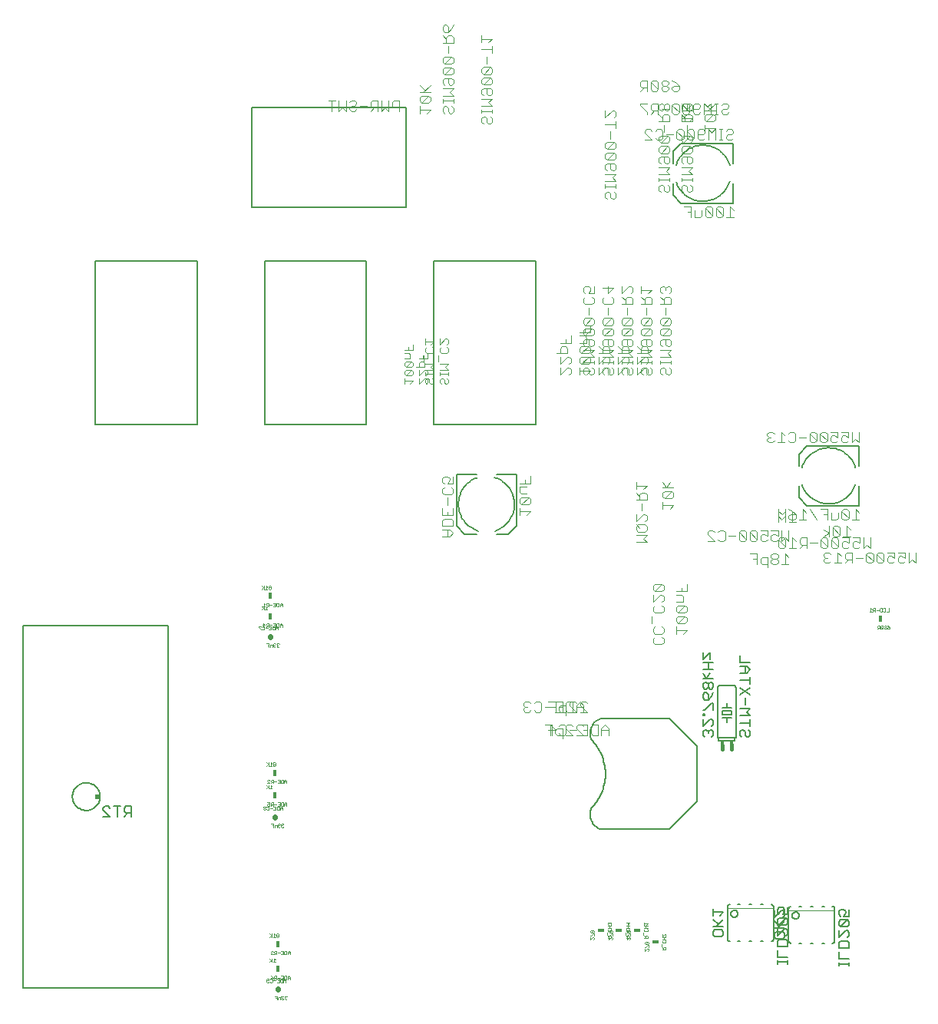
<source format=gbo>
G75*
G70*
%OFA0B0*%
%FSLAX24Y24*%
%IPPOS*%
%LPD*%
%AMOC8*
5,1,8,0,0,1.08239X$1,22.5*
%
%ADD10C,0.0040*%
%ADD11C,0.0220*%
%ADD12C,0.0010*%
%ADD13C,0.0080*%
%ADD14C,0.0030*%
%ADD15R,0.0180X0.0300*%
%ADD16C,0.0060*%
%ADD17C,0.0160*%
%ADD18C,0.0050*%
%ADD19R,0.0160X0.0230*%
%ADD20R,0.0300X0.0180*%
%ADD21C,0.0020*%
%ADD22R,0.0230X0.0240*%
D10*
X018344Y024575D02*
X018651Y024575D01*
X018804Y024728D01*
X018651Y024881D01*
X018344Y024881D01*
X018344Y025035D02*
X018344Y025265D01*
X018421Y025342D01*
X018727Y025342D01*
X018804Y025265D01*
X018804Y025035D01*
X018344Y025035D01*
X018574Y024881D02*
X018574Y024575D01*
X018574Y025495D02*
X018574Y025649D01*
X018344Y025495D02*
X018344Y025802D01*
X018574Y025956D02*
X018574Y026263D01*
X018421Y026416D02*
X018344Y026493D01*
X018344Y026646D01*
X018421Y026723D01*
X018421Y026877D02*
X018344Y026953D01*
X018344Y027107D01*
X018421Y027183D01*
X018574Y027183D01*
X018651Y027107D01*
X018651Y027030D01*
X018574Y026877D01*
X018804Y026877D01*
X018804Y027183D01*
X018727Y026723D02*
X018804Y026646D01*
X018804Y026493D01*
X018727Y026416D01*
X018421Y026416D01*
X018804Y025802D02*
X018804Y025495D01*
X018344Y025495D01*
X021696Y025509D02*
X021696Y025816D01*
X021696Y025663D02*
X022157Y025663D01*
X022003Y025509D01*
X022080Y025970D02*
X022157Y026046D01*
X022157Y026200D01*
X022080Y026276D01*
X021773Y025970D01*
X021696Y026046D01*
X021696Y026200D01*
X021773Y026276D01*
X022080Y026276D01*
X022003Y026430D02*
X021773Y026430D01*
X021696Y026507D01*
X021696Y026737D01*
X022003Y026737D01*
X021926Y026890D02*
X021926Y027044D01*
X021696Y026890D02*
X022157Y026890D01*
X022157Y027197D01*
X022080Y025970D02*
X021773Y025970D01*
X026756Y026170D02*
X027216Y026170D01*
X027216Y026400D01*
X027139Y026477D01*
X026986Y026477D01*
X026909Y026400D01*
X026909Y026170D01*
X026909Y026323D02*
X026756Y026477D01*
X026756Y026630D02*
X026756Y026937D01*
X026756Y026784D02*
X027216Y026784D01*
X027063Y026630D01*
X026986Y026016D02*
X026986Y025709D01*
X027063Y025556D02*
X026756Y025249D01*
X026756Y025556D01*
X027063Y025556D02*
X027139Y025556D01*
X027216Y025479D01*
X027216Y025326D01*
X027139Y025249D01*
X027139Y025095D02*
X026832Y025095D01*
X026756Y025019D01*
X026756Y024865D01*
X026832Y024789D01*
X027139Y024789D01*
X027216Y024865D01*
X027216Y025019D01*
X027139Y025095D01*
X026909Y024942D02*
X026756Y025095D01*
X026756Y024635D02*
X027216Y024635D01*
X027063Y024482D01*
X027216Y024328D01*
X026756Y024328D01*
X027572Y022506D02*
X027495Y022430D01*
X027495Y022276D01*
X027572Y022199D01*
X027879Y022506D01*
X027572Y022506D01*
X027572Y022199D02*
X027879Y022199D01*
X027956Y022276D01*
X027956Y022430D01*
X027879Y022506D01*
X027879Y022046D02*
X027802Y022046D01*
X027495Y021739D01*
X027495Y022046D01*
X027879Y022046D02*
X027956Y021969D01*
X027956Y021816D01*
X027879Y021739D01*
X027879Y021586D02*
X027956Y021509D01*
X027956Y021355D01*
X027879Y021279D01*
X027572Y021279D01*
X027495Y021355D01*
X027495Y021509D01*
X027572Y021586D01*
X027419Y021125D02*
X027419Y020818D01*
X027572Y020665D02*
X027495Y020588D01*
X027495Y020435D01*
X027572Y020358D01*
X027879Y020358D01*
X027956Y020435D01*
X027956Y020588D01*
X027879Y020665D01*
X027879Y020204D02*
X027956Y020128D01*
X027956Y019974D01*
X027879Y019897D01*
X027572Y019897D01*
X027495Y019974D01*
X027495Y020128D01*
X027572Y020204D01*
X028495Y020358D02*
X028495Y020665D01*
X028495Y020511D02*
X028956Y020511D01*
X028802Y020358D01*
X028879Y020818D02*
X028572Y020818D01*
X028879Y021125D01*
X028572Y021125D01*
X028495Y021048D01*
X028495Y020895D01*
X028572Y020818D01*
X028879Y020818D02*
X028956Y020895D01*
X028956Y021048D01*
X028879Y021125D01*
X028879Y021279D02*
X028956Y021355D01*
X028956Y021509D01*
X028879Y021586D01*
X028572Y021279D01*
X028495Y021355D01*
X028495Y021509D01*
X028572Y021586D01*
X028879Y021586D01*
X028802Y021739D02*
X028802Y021969D01*
X028726Y022046D01*
X028495Y022046D01*
X028495Y022199D02*
X028956Y022199D01*
X028956Y022506D01*
X028726Y022353D02*
X028726Y022199D01*
X028802Y021739D02*
X028495Y021739D01*
X028572Y021279D02*
X028879Y021279D01*
X029847Y024382D02*
X030154Y024382D01*
X029847Y024689D01*
X029847Y024766D01*
X029924Y024843D01*
X030077Y024843D01*
X030154Y024766D01*
X030307Y024766D02*
X030384Y024843D01*
X030538Y024843D01*
X030614Y024766D01*
X030614Y024459D01*
X030538Y024382D01*
X030384Y024382D01*
X030307Y024459D01*
X030768Y024612D02*
X031075Y024612D01*
X031228Y024459D02*
X031305Y024382D01*
X031458Y024382D01*
X031535Y024459D01*
X031228Y024766D01*
X031228Y024459D01*
X031228Y024766D02*
X031305Y024843D01*
X031458Y024843D01*
X031535Y024766D01*
X031535Y024459D01*
X031689Y024459D02*
X031765Y024382D01*
X031919Y024382D01*
X031995Y024459D01*
X031689Y024766D01*
X031689Y024459D01*
X031995Y024459D02*
X031995Y024766D01*
X031919Y024843D01*
X031765Y024843D01*
X031689Y024766D01*
X032149Y024843D02*
X032456Y024843D01*
X032456Y024612D01*
X032302Y024689D01*
X032226Y024689D01*
X032149Y024612D01*
X032149Y024459D01*
X032226Y024382D01*
X032379Y024382D01*
X032456Y024459D01*
X032609Y024459D02*
X032686Y024382D01*
X032840Y024382D01*
X032916Y024459D01*
X032930Y024453D02*
X033237Y024146D01*
X033160Y024070D01*
X033007Y024070D01*
X032930Y024146D01*
X032930Y024453D01*
X033007Y024530D01*
X033160Y024530D01*
X033237Y024453D01*
X033237Y024146D01*
X033391Y024070D02*
X033697Y024070D01*
X033544Y024070D02*
X033544Y024530D01*
X033697Y024377D01*
X033851Y024453D02*
X033851Y024300D01*
X033928Y024223D01*
X034158Y024223D01*
X034158Y024070D02*
X034158Y024530D01*
X033928Y024530D01*
X033851Y024453D01*
X034004Y024223D02*
X033851Y024070D01*
X034311Y024300D02*
X034618Y024300D01*
X034772Y024453D02*
X034772Y024146D01*
X034848Y024070D01*
X035002Y024070D01*
X035079Y024146D01*
X034772Y024453D01*
X034848Y024530D01*
X035002Y024530D01*
X035079Y024453D01*
X035079Y024146D01*
X035232Y024146D02*
X035232Y024453D01*
X035539Y024146D01*
X035462Y024070D01*
X035309Y024070D01*
X035232Y024146D01*
X035129Y023890D02*
X035206Y023814D01*
X035129Y023890D02*
X034975Y023890D01*
X034899Y023814D01*
X034899Y023737D01*
X034975Y023660D01*
X034899Y023583D01*
X034899Y023507D01*
X034975Y023430D01*
X035129Y023430D01*
X035206Y023507D01*
X035359Y023430D02*
X035666Y023430D01*
X035819Y023430D02*
X035973Y023583D01*
X035896Y023583D02*
X036126Y023583D01*
X036126Y023430D02*
X036126Y023890D01*
X035896Y023890D01*
X035819Y023814D01*
X035819Y023660D01*
X035896Y023583D01*
X035666Y023737D02*
X035512Y023890D01*
X035512Y023430D01*
X035052Y023660D02*
X034975Y023660D01*
X035539Y024146D02*
X035539Y024453D01*
X035462Y024530D01*
X035309Y024530D01*
X035232Y024453D01*
X035129Y024580D02*
X035129Y025040D01*
X035282Y024964D02*
X035589Y024657D01*
X035512Y024580D01*
X035359Y024580D01*
X035282Y024657D01*
X035282Y024964D01*
X035359Y025040D01*
X035512Y025040D01*
X035589Y024964D01*
X035589Y024657D01*
X035692Y024530D02*
X035999Y024530D01*
X035999Y024300D01*
X035846Y024377D01*
X035769Y024377D01*
X035692Y024300D01*
X035692Y024146D01*
X035769Y024070D01*
X035923Y024070D01*
X035999Y024146D01*
X036153Y024146D02*
X036230Y024070D01*
X036383Y024070D01*
X036460Y024146D01*
X036460Y024300D02*
X036306Y024377D01*
X036230Y024377D01*
X036153Y024300D01*
X036153Y024146D01*
X036460Y024300D02*
X036460Y024530D01*
X036153Y024530D01*
X036050Y024580D02*
X035743Y024580D01*
X035896Y024580D02*
X035896Y025040D01*
X036050Y024887D01*
X036137Y025309D02*
X036444Y025309D01*
X036290Y025309D02*
X036290Y025770D01*
X036444Y025616D01*
X035983Y025693D02*
X035906Y025770D01*
X035753Y025770D01*
X035676Y025693D01*
X035983Y025386D01*
X035906Y025309D01*
X035753Y025309D01*
X035676Y025386D01*
X035676Y025693D01*
X035523Y025616D02*
X035523Y025386D01*
X035446Y025309D01*
X035216Y025309D01*
X035216Y025616D01*
X035062Y025540D02*
X034909Y025540D01*
X035062Y025770D02*
X035062Y025309D01*
X034899Y024887D02*
X035129Y024733D01*
X034899Y024580D01*
X034602Y025309D02*
X034295Y025770D01*
X034142Y025616D02*
X033988Y025770D01*
X033988Y025309D01*
X033835Y025309D02*
X034142Y025309D01*
X033697Y025220D02*
X033391Y025220D01*
X033451Y025309D02*
X033374Y025386D01*
X033374Y025463D01*
X033451Y025540D01*
X033681Y025540D01*
X033681Y025386D01*
X033604Y025309D01*
X033451Y025309D01*
X033544Y025220D02*
X033544Y025680D01*
X033697Y025527D01*
X033681Y025540D02*
X033528Y025693D01*
X033374Y025770D01*
X033221Y025770D02*
X033221Y025463D01*
X033067Y025309D01*
X032914Y025463D01*
X032914Y025770D01*
X032930Y025680D02*
X032930Y025220D01*
X033237Y025220D02*
X033237Y025680D01*
X033084Y025527D01*
X032930Y025680D01*
X032916Y024843D02*
X032609Y024843D01*
X032686Y024689D02*
X032609Y024612D01*
X032609Y024459D01*
X032686Y024689D02*
X032763Y024689D01*
X032916Y024612D01*
X032916Y024843D01*
X033070Y024843D02*
X033070Y024382D01*
X033223Y024536D01*
X033377Y024382D01*
X033377Y024843D01*
X033223Y023843D02*
X033223Y023382D01*
X033070Y023382D02*
X033377Y023382D01*
X033377Y023689D02*
X033223Y023843D01*
X032916Y023766D02*
X032916Y023689D01*
X032840Y023612D01*
X032686Y023612D01*
X032609Y023536D01*
X032609Y023459D01*
X032686Y023382D01*
X032840Y023382D01*
X032916Y023459D01*
X032916Y023536D01*
X032840Y023612D01*
X032686Y023612D02*
X032609Y023689D01*
X032609Y023766D01*
X032686Y023843D01*
X032840Y023843D01*
X032916Y023766D01*
X032456Y023689D02*
X032456Y023229D01*
X032456Y023382D02*
X032226Y023382D01*
X032149Y023459D01*
X032149Y023612D01*
X032226Y023689D01*
X032456Y023689D01*
X031995Y023612D02*
X031842Y023612D01*
X031995Y023382D02*
X031995Y023843D01*
X031689Y023843D01*
X034755Y025770D02*
X035062Y025770D01*
X035983Y025693D02*
X035983Y025386D01*
X036613Y024530D02*
X036613Y024070D01*
X036767Y024223D01*
X036920Y024070D01*
X036920Y024530D01*
X036970Y023890D02*
X036817Y023890D01*
X036740Y023814D01*
X037047Y023507D01*
X036970Y023430D01*
X036817Y023430D01*
X036740Y023507D01*
X036740Y023814D01*
X036587Y023660D02*
X036280Y023660D01*
X036970Y023890D02*
X037047Y023814D01*
X037047Y023507D01*
X037201Y023507D02*
X037277Y023430D01*
X037431Y023430D01*
X037508Y023507D01*
X037201Y023814D01*
X037201Y023507D01*
X037201Y023814D02*
X037277Y023890D01*
X037431Y023890D01*
X037508Y023814D01*
X037508Y023507D01*
X037661Y023507D02*
X037738Y023430D01*
X037891Y023430D01*
X037968Y023507D01*
X037968Y023660D02*
X037814Y023737D01*
X037738Y023737D01*
X037661Y023660D01*
X037661Y023507D01*
X037968Y023660D02*
X037968Y023890D01*
X037661Y023890D01*
X038121Y023890D02*
X038428Y023890D01*
X038428Y023660D01*
X038275Y023737D01*
X038198Y023737D01*
X038121Y023660D01*
X038121Y023507D01*
X038198Y023430D01*
X038352Y023430D01*
X038428Y023507D01*
X038582Y023430D02*
X038582Y023890D01*
X038889Y023890D02*
X038889Y023430D01*
X038735Y023583D01*
X038582Y023430D01*
X036430Y028662D02*
X036276Y028815D01*
X036123Y028662D01*
X036123Y029122D01*
X035969Y029122D02*
X035969Y028892D01*
X035816Y028969D01*
X035739Y028969D01*
X035662Y028892D01*
X035662Y028738D01*
X035739Y028662D01*
X035893Y028662D01*
X035969Y028738D01*
X035969Y029122D02*
X035662Y029122D01*
X035509Y029122D02*
X035509Y028892D01*
X035356Y028969D01*
X035279Y028969D01*
X035202Y028892D01*
X035202Y028738D01*
X035279Y028662D01*
X035432Y028662D01*
X035509Y028738D01*
X035509Y029122D02*
X035202Y029122D01*
X035049Y029045D02*
X035049Y028738D01*
X034742Y029045D01*
X034742Y028738D01*
X034818Y028662D01*
X034972Y028662D01*
X035049Y028738D01*
X035049Y029045D02*
X034972Y029122D01*
X034818Y029122D01*
X034742Y029045D01*
X034588Y029045D02*
X034512Y029122D01*
X034358Y029122D01*
X034281Y029045D01*
X034588Y028738D01*
X034512Y028662D01*
X034358Y028662D01*
X034281Y028738D01*
X034281Y029045D01*
X034128Y028892D02*
X033821Y028892D01*
X033667Y029045D02*
X033667Y028738D01*
X033591Y028662D01*
X033437Y028662D01*
X033361Y028738D01*
X033207Y028662D02*
X032900Y028662D01*
X033054Y028662D02*
X033054Y029122D01*
X033207Y028969D01*
X033361Y029045D02*
X033437Y029122D01*
X033591Y029122D01*
X033667Y029045D01*
X032747Y029045D02*
X032670Y029122D01*
X032516Y029122D01*
X032440Y029045D01*
X032440Y028969D01*
X032516Y028892D01*
X032440Y028815D01*
X032440Y028738D01*
X032516Y028662D01*
X032670Y028662D01*
X032747Y028738D01*
X032593Y028892D02*
X032516Y028892D01*
X034588Y028738D02*
X034588Y029045D01*
X036430Y029122D02*
X036430Y028662D01*
X028366Y026707D02*
X027906Y026707D01*
X028059Y026707D02*
X028213Y026937D01*
X028059Y026707D02*
X027906Y026937D01*
X027982Y026553D02*
X027906Y026477D01*
X027906Y026323D01*
X027982Y026246D01*
X028289Y026553D01*
X027982Y026553D01*
X027982Y026246D02*
X028289Y026246D01*
X028366Y026323D01*
X028366Y026477D01*
X028289Y026553D01*
X027906Y026093D02*
X027906Y025786D01*
X027906Y025939D02*
X028366Y025939D01*
X028213Y025786D01*
X028190Y031609D02*
X028113Y031609D01*
X028037Y031685D01*
X028037Y031839D01*
X027960Y031916D01*
X027883Y031916D01*
X027806Y031839D01*
X027806Y031685D01*
X027883Y031609D01*
X028190Y031609D02*
X028267Y031685D01*
X028267Y031839D01*
X028190Y031916D01*
X028267Y032069D02*
X028267Y032222D01*
X028267Y032146D02*
X027806Y032146D01*
X027806Y032222D02*
X027806Y032069D01*
X027806Y032376D02*
X028267Y032376D01*
X028113Y032529D01*
X028267Y032683D01*
X027806Y032683D01*
X027883Y032836D02*
X027806Y032913D01*
X027806Y033066D01*
X027883Y033143D01*
X028190Y033143D01*
X028267Y033066D01*
X028267Y032913D01*
X028190Y032836D01*
X028113Y032836D01*
X028037Y032913D01*
X028037Y033143D01*
X028190Y033297D02*
X028267Y033373D01*
X028267Y033527D01*
X028190Y033604D01*
X027883Y033297D01*
X027806Y033373D01*
X027806Y033527D01*
X027883Y033604D01*
X028190Y033604D01*
X028190Y033757D02*
X028267Y033834D01*
X028267Y033987D01*
X028190Y034064D01*
X027883Y033757D01*
X027806Y033834D01*
X027806Y033987D01*
X027883Y034064D01*
X028190Y034064D01*
X028037Y034217D02*
X028037Y034524D01*
X027960Y034678D02*
X027960Y034908D01*
X028037Y034985D01*
X028190Y034985D01*
X028267Y034908D01*
X028267Y034678D01*
X027806Y034678D01*
X027960Y034831D02*
X027806Y034985D01*
X027883Y035138D02*
X027806Y035215D01*
X027806Y035368D01*
X027883Y035445D01*
X027960Y035445D01*
X028037Y035368D01*
X028037Y035292D01*
X028037Y035368D02*
X028113Y035445D01*
X028190Y035445D01*
X028267Y035368D01*
X028267Y035215D01*
X028190Y035138D01*
X027430Y035292D02*
X026970Y035292D01*
X026970Y035445D02*
X026970Y035138D01*
X026970Y034985D02*
X027123Y034831D01*
X027123Y034908D02*
X027123Y034678D01*
X026970Y034678D02*
X027430Y034678D01*
X027430Y034908D01*
X027353Y034985D01*
X027200Y034985D01*
X027123Y034908D01*
X027277Y035138D02*
X027430Y035292D01*
X027200Y034524D02*
X027200Y034217D01*
X027353Y034064D02*
X027047Y033757D01*
X026970Y033834D01*
X026970Y033987D01*
X027047Y034064D01*
X027353Y034064D01*
X027430Y033987D01*
X027430Y033834D01*
X027353Y033757D01*
X027047Y033757D01*
X027047Y033604D02*
X026970Y033527D01*
X026970Y033373D01*
X027047Y033297D01*
X027353Y033604D01*
X027047Y033604D01*
X027353Y033604D02*
X027430Y033527D01*
X027430Y033373D01*
X027353Y033297D01*
X027047Y033297D01*
X027047Y033143D02*
X026970Y033066D01*
X026970Y032913D01*
X027047Y032836D01*
X027037Y032836D02*
X026960Y032760D01*
X026960Y032529D01*
X026970Y032376D02*
X027430Y032376D01*
X027277Y032529D01*
X027430Y032683D01*
X026970Y032683D01*
X026960Y032683D02*
X026806Y032836D01*
X026594Y032913D02*
X026517Y032836D01*
X026440Y032836D01*
X026363Y032913D01*
X026363Y033143D01*
X026210Y033143D02*
X026517Y033143D01*
X026594Y033066D01*
X026594Y032913D01*
X026430Y032760D02*
X026353Y032836D01*
X026200Y032836D01*
X026123Y032760D01*
X026123Y032529D01*
X025970Y032529D02*
X026430Y032529D01*
X026430Y032760D01*
X026594Y032683D02*
X026133Y032683D01*
X026123Y032683D02*
X025970Y032836D01*
X026133Y032913D02*
X026133Y033066D01*
X026210Y033143D01*
X026210Y033297D02*
X026133Y033373D01*
X026133Y033527D01*
X026210Y033604D01*
X026517Y033604D01*
X026210Y033297D01*
X026517Y033297D01*
X026594Y033373D01*
X026594Y033527D01*
X026517Y033604D01*
X026517Y033757D02*
X026594Y033834D01*
X026594Y033987D01*
X026517Y034064D01*
X026210Y033757D01*
X026133Y033834D01*
X026133Y033987D01*
X026210Y034064D01*
X026517Y034064D01*
X026363Y034217D02*
X026363Y034524D01*
X026287Y034678D02*
X026287Y034908D01*
X026363Y034985D01*
X026517Y034985D01*
X026594Y034908D01*
X026594Y034678D01*
X026133Y034678D01*
X026287Y034831D02*
X026133Y034985D01*
X026133Y035138D02*
X026440Y035445D01*
X026517Y035445D01*
X026594Y035368D01*
X026594Y035215D01*
X026517Y035138D01*
X026133Y035138D02*
X026133Y035445D01*
X025757Y035368D02*
X025527Y035138D01*
X025527Y035445D01*
X025297Y035368D02*
X025757Y035368D01*
X025680Y034985D02*
X025757Y034908D01*
X025757Y034755D01*
X025680Y034678D01*
X025373Y034678D01*
X025297Y034755D01*
X025297Y034908D01*
X025373Y034985D01*
X025527Y034524D02*
X025527Y034217D01*
X025680Y034064D02*
X025373Y033757D01*
X025297Y033834D01*
X025297Y033987D01*
X025373Y034064D01*
X025680Y034064D01*
X025757Y033987D01*
X025757Y033834D01*
X025680Y033757D01*
X025373Y033757D01*
X025373Y033604D02*
X025297Y033527D01*
X025297Y033373D01*
X025373Y033297D01*
X025680Y033604D01*
X025373Y033604D01*
X025680Y033604D02*
X025757Y033527D01*
X025757Y033373D01*
X025680Y033297D01*
X025373Y033297D01*
X025373Y033143D02*
X025297Y033066D01*
X025297Y032913D01*
X025373Y032836D01*
X025363Y032836D02*
X025517Y032836D01*
X025594Y032760D01*
X025594Y032529D01*
X025133Y032529D01*
X025133Y032376D02*
X025133Y032069D01*
X025440Y032376D01*
X025517Y032376D01*
X025594Y032299D01*
X025594Y032146D01*
X025517Y032069D01*
X025517Y031916D02*
X025594Y031839D01*
X025594Y031685D01*
X025517Y031609D01*
X025527Y031685D02*
X025527Y031839D01*
X025450Y031916D01*
X025373Y031916D01*
X025297Y031839D01*
X025297Y031685D01*
X025373Y031609D01*
X025527Y031685D02*
X025604Y031609D01*
X025680Y031609D01*
X025757Y031685D01*
X025757Y031839D01*
X025680Y031916D01*
X025517Y031916D02*
X025440Y031916D01*
X025133Y031609D01*
X025133Y031916D01*
X025297Y032069D02*
X025297Y032222D01*
X025297Y032146D02*
X025757Y032146D01*
X025757Y032222D02*
X025757Y032069D01*
X025970Y032069D02*
X025970Y032376D01*
X026133Y032376D02*
X026594Y032376D01*
X026440Y032529D01*
X026594Y032683D01*
X026806Y032529D02*
X027267Y032529D01*
X027267Y032760D01*
X027190Y032836D01*
X027037Y032836D01*
X027200Y032913D02*
X027200Y033143D01*
X027353Y033143D02*
X027430Y033066D01*
X027430Y032913D01*
X027353Y032836D01*
X027277Y032836D01*
X027200Y032913D01*
X027047Y033143D02*
X027353Y033143D01*
X027190Y032376D02*
X027267Y032299D01*
X027267Y032146D01*
X027190Y032069D01*
X027190Y031916D02*
X027267Y031839D01*
X027267Y031685D01*
X027190Y031609D01*
X027200Y031685D02*
X027200Y031839D01*
X027123Y031916D01*
X027047Y031916D01*
X026970Y031839D01*
X026970Y031685D01*
X027047Y031609D01*
X027200Y031685D02*
X027277Y031609D01*
X027353Y031609D01*
X027430Y031685D01*
X027430Y031839D01*
X027353Y031916D01*
X027190Y031916D02*
X027113Y031916D01*
X026806Y031609D01*
X026806Y031916D01*
X026806Y032069D02*
X027113Y032376D01*
X027190Y032376D01*
X026970Y032222D02*
X026970Y032069D01*
X026970Y032146D02*
X027430Y032146D01*
X027430Y032222D02*
X027430Y032069D01*
X026806Y032069D02*
X026806Y032376D01*
X026594Y032222D02*
X026594Y032069D01*
X026594Y032146D02*
X026133Y032146D01*
X026133Y032222D02*
X026133Y032069D01*
X025970Y032069D02*
X026277Y032376D01*
X026353Y032376D01*
X026430Y032299D01*
X026430Y032146D01*
X026353Y032069D01*
X026353Y031916D02*
X026430Y031839D01*
X026430Y031685D01*
X026353Y031609D01*
X026363Y031685D02*
X026363Y031839D01*
X026287Y031916D01*
X026210Y031916D01*
X026133Y031839D01*
X026133Y031685D01*
X026210Y031609D01*
X026363Y031685D02*
X026440Y031609D01*
X026517Y031609D01*
X026594Y031685D01*
X026594Y031839D01*
X026517Y031916D01*
X026353Y031916D02*
X026277Y031916D01*
X025970Y031609D01*
X025970Y031916D01*
X025757Y032376D02*
X025604Y032529D01*
X025757Y032683D01*
X025297Y032683D01*
X025287Y032683D02*
X025133Y032836D01*
X025287Y032760D02*
X025363Y032836D01*
X025287Y032760D02*
X025287Y032529D01*
X025297Y032376D02*
X025757Y032376D01*
X025680Y032836D02*
X025604Y032836D01*
X025527Y032913D01*
X025527Y033143D01*
X025680Y033143D02*
X025757Y033066D01*
X025757Y032913D01*
X025680Y032836D01*
X025680Y033143D02*
X025373Y033143D01*
X026133Y032913D02*
X026210Y032836D01*
X026210Y033757D02*
X026517Y033757D01*
X027883Y033757D02*
X028190Y033757D01*
X028190Y033297D02*
X027883Y033297D01*
X024920Y033373D02*
X024920Y033527D01*
X024844Y033604D01*
X024537Y033297D01*
X024460Y033373D01*
X024460Y033527D01*
X024537Y033604D01*
X024844Y033604D01*
X024844Y033757D02*
X024537Y033757D01*
X024844Y034064D01*
X024537Y034064D01*
X024460Y033987D01*
X024460Y033834D01*
X024537Y033757D01*
X024527Y033604D02*
X024527Y033450D01*
X024527Y033297D02*
X024297Y033297D01*
X024297Y033450D02*
X024757Y033450D01*
X024757Y033757D01*
X024844Y033757D02*
X024920Y033834D01*
X024920Y033987D01*
X024844Y034064D01*
X024690Y034217D02*
X024690Y034524D01*
X024537Y034678D02*
X024460Y034755D01*
X024460Y034908D01*
X024537Y034985D01*
X024537Y035138D02*
X024460Y035215D01*
X024460Y035368D01*
X024537Y035445D01*
X024690Y035445D01*
X024767Y035368D01*
X024767Y035292D01*
X024690Y035138D01*
X024920Y035138D01*
X024920Y035445D01*
X024844Y034985D02*
X024920Y034908D01*
X024920Y034755D01*
X024844Y034678D01*
X024537Y034678D01*
X024920Y033373D02*
X024844Y033297D01*
X024537Y033297D01*
X024527Y033297D02*
X024604Y033220D01*
X024604Y032990D01*
X024297Y032990D01*
X024373Y032836D02*
X024297Y032760D01*
X024297Y032606D01*
X024373Y032529D01*
X024680Y032836D01*
X024373Y032836D01*
X024460Y032913D02*
X024460Y033066D01*
X024537Y033143D01*
X024844Y033143D01*
X024920Y033066D01*
X024920Y032913D01*
X024844Y032836D01*
X024767Y032836D01*
X024690Y032913D01*
X024690Y033143D01*
X024680Y032836D02*
X024757Y032760D01*
X024757Y032606D01*
X024680Y032529D01*
X024373Y032529D01*
X024373Y032376D02*
X024297Y032299D01*
X024297Y032146D01*
X024373Y032069D01*
X024680Y032376D01*
X024373Y032376D01*
X024460Y032376D02*
X024920Y032376D01*
X024767Y032529D01*
X024920Y032683D01*
X024460Y032683D01*
X024537Y032836D02*
X024460Y032913D01*
X023920Y032990D02*
X023920Y033297D01*
X023690Y033143D02*
X023690Y032990D01*
X023690Y032836D02*
X023537Y032836D01*
X023460Y032760D01*
X023460Y032529D01*
X023460Y032376D02*
X023460Y032069D01*
X023767Y032376D01*
X023844Y032376D01*
X023920Y032299D01*
X023920Y032146D01*
X023844Y032069D01*
X023844Y031916D02*
X023920Y031839D01*
X023920Y031685D01*
X023844Y031609D01*
X023844Y031916D02*
X023767Y031916D01*
X023460Y031609D01*
X023460Y031916D01*
X023306Y032529D02*
X023767Y032529D01*
X023767Y032760D01*
X023690Y032836D01*
X023460Y032990D02*
X023920Y032990D01*
X024460Y032222D02*
X024460Y032069D01*
X024460Y032146D02*
X024920Y032146D01*
X024920Y032222D02*
X024920Y032069D01*
X024844Y031916D02*
X024920Y031839D01*
X024920Y031685D01*
X024844Y031609D01*
X024767Y031609D01*
X024690Y031685D01*
X024690Y031839D01*
X024613Y031916D01*
X024537Y031916D01*
X024460Y031839D01*
X024460Y031685D01*
X024537Y031609D01*
X024604Y031609D02*
X024757Y031762D01*
X024297Y031762D01*
X024297Y031609D02*
X024297Y031916D01*
X024373Y032069D02*
X024680Y032069D01*
X024757Y032146D01*
X024757Y032299D01*
X024680Y032376D01*
X029139Y038449D02*
X029139Y038910D01*
X028832Y038910D01*
X028986Y038679D02*
X029139Y038679D01*
X029293Y038756D02*
X029293Y038449D01*
X029523Y038449D01*
X029600Y038526D01*
X029600Y038756D01*
X029753Y038833D02*
X030060Y038526D01*
X029983Y038449D01*
X029830Y038449D01*
X029753Y038526D01*
X029753Y038833D01*
X029830Y038910D01*
X029983Y038910D01*
X030060Y038833D01*
X030060Y038526D01*
X030214Y038526D02*
X030290Y038449D01*
X030444Y038449D01*
X030521Y038526D01*
X030214Y038833D01*
X030214Y038526D01*
X030521Y038526D02*
X030521Y038833D01*
X030444Y038910D01*
X030290Y038910D01*
X030214Y038833D01*
X030674Y038449D02*
X030981Y038449D01*
X030828Y038449D02*
X030828Y038910D01*
X030981Y038756D01*
X029186Y039613D02*
X029109Y039536D01*
X029033Y039536D01*
X028956Y039613D01*
X028956Y039766D01*
X028879Y039843D01*
X028802Y039843D01*
X028726Y039766D01*
X028726Y039613D01*
X028802Y039536D01*
X029186Y039613D02*
X029186Y039766D01*
X029109Y039843D01*
X029186Y039996D02*
X029186Y040150D01*
X029186Y040073D02*
X028726Y040073D01*
X028726Y039996D02*
X028726Y040150D01*
X028726Y040303D02*
X029186Y040303D01*
X029033Y040457D01*
X029186Y040610D01*
X028726Y040610D01*
X028802Y040764D02*
X028726Y040840D01*
X028726Y040994D01*
X028802Y041070D01*
X029109Y041070D01*
X029186Y040994D01*
X029186Y040840D01*
X029109Y040764D01*
X029033Y040764D01*
X028956Y040840D01*
X028956Y041070D01*
X028802Y041224D02*
X029109Y041224D01*
X029186Y041301D01*
X029186Y041454D01*
X029109Y041531D01*
X028802Y041224D01*
X028726Y041301D01*
X028726Y041454D01*
X028802Y041531D01*
X029109Y041531D01*
X029109Y041684D02*
X028802Y041684D01*
X029109Y041991D01*
X028802Y041991D01*
X028726Y041915D01*
X028726Y041761D01*
X028802Y041684D01*
X028742Y041801D02*
X028819Y041878D01*
X028512Y042185D01*
X028512Y041878D01*
X028589Y041801D01*
X028742Y041801D01*
X028819Y041878D02*
X028819Y042185D01*
X028742Y042262D01*
X028589Y042262D01*
X028512Y042185D01*
X028358Y042032D02*
X028051Y042032D01*
X028125Y041991D02*
X027818Y041684D01*
X027741Y041761D01*
X027741Y041915D01*
X027818Y041991D01*
X028125Y041991D01*
X028202Y041915D01*
X028202Y041761D01*
X028125Y041684D01*
X027818Y041684D01*
X027821Y041801D02*
X027668Y041801D01*
X027591Y041878D01*
X027438Y041801D02*
X027131Y042108D01*
X027131Y042185D01*
X027207Y042262D01*
X027361Y042262D01*
X027438Y042185D01*
X027591Y042185D02*
X027668Y042262D01*
X027821Y042262D01*
X027898Y042185D01*
X027898Y041878D01*
X027821Y041801D01*
X027818Y041531D02*
X027741Y041454D01*
X027741Y041301D01*
X027818Y041224D01*
X028125Y041531D01*
X027818Y041531D01*
X027818Y041224D02*
X028125Y041224D01*
X028202Y041301D01*
X028202Y041454D01*
X028125Y041531D01*
X028125Y041070D02*
X027818Y041070D01*
X027741Y040994D01*
X027741Y040840D01*
X027818Y040764D01*
X027972Y040840D02*
X027972Y041070D01*
X028125Y041070D02*
X028202Y040994D01*
X028202Y040840D01*
X028125Y040764D01*
X028048Y040764D01*
X027972Y040840D01*
X028202Y040610D02*
X027741Y040610D01*
X027741Y040303D02*
X028202Y040303D01*
X028048Y040457D01*
X028202Y040610D01*
X028202Y040150D02*
X028202Y039996D01*
X028202Y040073D02*
X027741Y040073D01*
X027741Y039996D02*
X027741Y040150D01*
X027818Y039843D02*
X027741Y039766D01*
X027741Y039613D01*
X027818Y039536D01*
X027972Y039613D02*
X027972Y039766D01*
X027895Y039843D01*
X027818Y039843D01*
X027972Y039613D02*
X028048Y039536D01*
X028125Y039536D01*
X028202Y039613D01*
X028202Y039766D01*
X028125Y039843D01*
X027438Y041801D02*
X027131Y041801D01*
X027741Y042605D02*
X028202Y042605D01*
X028202Y042835D01*
X028125Y042912D01*
X027972Y042912D01*
X027895Y042835D01*
X027895Y042605D01*
X027895Y042759D02*
X027741Y042912D01*
X027695Y042920D02*
X027695Y043380D01*
X027465Y043380D01*
X027388Y043303D01*
X027388Y043150D01*
X027465Y043073D01*
X027695Y043073D01*
X027741Y043142D02*
X027818Y043066D01*
X027895Y043066D01*
X027972Y043142D01*
X027972Y043296D01*
X027895Y043372D01*
X027818Y043372D01*
X027741Y043296D01*
X027741Y043142D01*
X027849Y043150D02*
X028155Y043150D01*
X028202Y043142D02*
X028202Y043296D01*
X028125Y043372D01*
X028048Y043372D01*
X027972Y043296D01*
X027972Y043142D02*
X028048Y043066D01*
X028125Y043066D01*
X028202Y043142D01*
X028309Y042996D02*
X028386Y042920D01*
X028539Y042920D01*
X028616Y042996D01*
X028309Y043303D01*
X028309Y042996D01*
X028616Y042996D02*
X028616Y043303D01*
X028539Y043380D01*
X028386Y043380D01*
X028309Y043303D01*
X028726Y043296D02*
X028802Y043372D01*
X029109Y043372D01*
X029186Y043296D01*
X029186Y043142D01*
X029109Y043066D01*
X029033Y043066D01*
X028956Y043142D01*
X028956Y043372D01*
X029000Y043380D02*
X028846Y043380D01*
X028769Y043303D01*
X029076Y042996D01*
X029000Y042920D01*
X028846Y042920D01*
X028769Y042996D01*
X028769Y043303D01*
X028726Y043296D02*
X028726Y043142D01*
X028802Y043066D01*
X028741Y043066D02*
X029202Y043066D01*
X029230Y042996D02*
X029230Y043303D01*
X029306Y043380D01*
X029460Y043380D01*
X029537Y043303D01*
X029537Y043227D01*
X029460Y043150D01*
X029230Y043150D01*
X029230Y042996D02*
X029306Y042920D01*
X029460Y042920D01*
X029537Y042996D01*
X029690Y042920D02*
X029690Y043380D01*
X029844Y043227D01*
X029997Y043380D01*
X029997Y042920D01*
X030109Y042912D02*
X029802Y042605D01*
X029726Y042682D01*
X029726Y042835D01*
X029802Y042912D01*
X030109Y042912D01*
X030186Y042835D01*
X030186Y042682D01*
X030109Y042605D01*
X029802Y042605D01*
X029726Y042452D02*
X029726Y042145D01*
X029739Y042108D02*
X029739Y042185D01*
X029663Y042262D01*
X029509Y042262D01*
X029433Y042185D01*
X029433Y041878D01*
X029509Y041801D01*
X029663Y041801D01*
X029739Y041878D01*
X029663Y042032D02*
X029433Y042032D01*
X029279Y041878D02*
X029279Y042185D01*
X029202Y042262D01*
X029049Y042262D01*
X028972Y042185D01*
X029279Y041878D01*
X029202Y041801D01*
X029049Y041801D01*
X028972Y041878D01*
X028972Y042185D01*
X028956Y042145D02*
X028956Y042452D01*
X028879Y042605D02*
X028879Y042835D01*
X028956Y042912D01*
X029109Y042912D01*
X029186Y042835D01*
X029186Y042605D01*
X028726Y042605D01*
X028741Y042605D02*
X028741Y042912D01*
X028726Y042912D02*
X028879Y042759D01*
X028741Y042759D02*
X029202Y042759D01*
X029048Y042605D01*
X029076Y042996D02*
X029076Y043303D01*
X029000Y043380D01*
X029202Y043372D02*
X028895Y043066D01*
X028972Y043142D02*
X028741Y043372D01*
X028539Y043920D02*
X028386Y043920D01*
X028309Y043996D01*
X028309Y044073D01*
X028386Y044150D01*
X028616Y044150D01*
X028616Y043996D01*
X028539Y043920D01*
X028616Y044150D02*
X028462Y044303D01*
X028309Y044380D01*
X028155Y044303D02*
X028155Y044227D01*
X028079Y044150D01*
X027925Y044150D01*
X027849Y044073D01*
X027849Y043996D01*
X027925Y043920D01*
X028079Y043920D01*
X028155Y043996D01*
X028155Y044073D01*
X028079Y044150D01*
X027925Y044150D02*
X027849Y044227D01*
X027849Y044303D01*
X027925Y044380D01*
X028079Y044380D01*
X028155Y044303D01*
X027695Y044303D02*
X027695Y043996D01*
X027388Y044303D01*
X027388Y043996D01*
X027465Y043920D01*
X027618Y043920D01*
X027695Y043996D01*
X027695Y044303D02*
X027618Y044380D01*
X027465Y044380D01*
X027388Y044303D01*
X027235Y044380D02*
X027004Y044380D01*
X026928Y044303D01*
X026928Y044150D01*
X027004Y044073D01*
X027235Y044073D01*
X027235Y043920D02*
X027235Y044380D01*
X027081Y044073D02*
X026928Y043920D01*
X026928Y043380D02*
X026928Y043303D01*
X027235Y042996D01*
X027235Y042920D01*
X027388Y042920D02*
X027542Y043073D01*
X027235Y043380D02*
X026928Y043380D01*
X025871Y043008D02*
X025871Y042855D01*
X025794Y042778D01*
X025871Y042625D02*
X025871Y042318D01*
X025871Y042471D02*
X025411Y042471D01*
X025411Y042778D02*
X025718Y043085D01*
X025794Y043085D01*
X025871Y043008D01*
X025411Y043085D02*
X025411Y042778D01*
X025641Y042164D02*
X025641Y041857D01*
X025794Y041704D02*
X025487Y041704D01*
X025411Y041627D01*
X025411Y041474D01*
X025487Y041397D01*
X025794Y041704D01*
X025871Y041627D01*
X025871Y041474D01*
X025794Y041397D01*
X025487Y041397D01*
X025487Y041243D02*
X025411Y041167D01*
X025411Y041013D01*
X025487Y040937D01*
X025794Y041243D01*
X025487Y041243D01*
X025487Y040937D02*
X025794Y040937D01*
X025871Y041013D01*
X025871Y041167D01*
X025794Y041243D01*
X025794Y040783D02*
X025487Y040783D01*
X025411Y040706D01*
X025411Y040553D01*
X025487Y040476D01*
X025411Y040323D02*
X025871Y040323D01*
X025718Y040169D01*
X025871Y040016D01*
X025411Y040016D01*
X025411Y039862D02*
X025411Y039709D01*
X025411Y039786D02*
X025871Y039786D01*
X025871Y039862D02*
X025871Y039709D01*
X025794Y039555D02*
X025871Y039479D01*
X025871Y039325D01*
X025794Y039248D01*
X025718Y039248D01*
X025641Y039325D01*
X025641Y039479D01*
X025564Y039555D01*
X025487Y039555D01*
X025411Y039479D01*
X025411Y039325D01*
X025487Y039248D01*
X025718Y040476D02*
X025641Y040553D01*
X025641Y040783D01*
X025794Y040783D02*
X025871Y040706D01*
X025871Y040553D01*
X025794Y040476D01*
X025718Y040476D01*
X027972Y042145D02*
X027972Y042452D01*
X029109Y041991D02*
X029186Y041915D01*
X029186Y041761D01*
X029109Y041684D01*
X029663Y042032D02*
X029739Y042108D01*
X029726Y042298D02*
X030186Y042298D01*
X030033Y042145D01*
X030046Y042108D02*
X029893Y042262D01*
X029893Y041801D01*
X030200Y041801D02*
X030200Y042262D01*
X030046Y042108D01*
X030353Y042262D02*
X030507Y042262D01*
X030430Y042262D02*
X030430Y041801D01*
X030507Y041801D02*
X030353Y041801D01*
X030660Y041878D02*
X030737Y041801D01*
X030890Y041801D01*
X030967Y041878D01*
X030890Y042032D02*
X030737Y042032D01*
X030660Y041955D01*
X030660Y041878D01*
X030890Y042032D02*
X030967Y042108D01*
X030967Y042185D01*
X030890Y042262D01*
X030737Y042262D01*
X030660Y042185D01*
X030688Y042920D02*
X030764Y042996D01*
X030688Y042920D02*
X030534Y042920D01*
X030457Y042996D01*
X030457Y043073D01*
X030534Y043150D01*
X030688Y043150D01*
X030764Y043227D01*
X030764Y043303D01*
X030688Y043380D01*
X030534Y043380D01*
X030457Y043303D01*
X030304Y043380D02*
X030151Y043380D01*
X030186Y043372D02*
X029879Y043066D01*
X029956Y043142D02*
X029726Y043372D01*
X029726Y043066D02*
X030186Y043066D01*
X030151Y042920D02*
X030304Y042920D01*
X030227Y042920D02*
X030227Y043380D01*
X020499Y043274D02*
X020346Y043427D01*
X020499Y043580D01*
X020039Y043580D01*
X020115Y043734D02*
X020039Y043811D01*
X020039Y043964D01*
X020115Y044041D01*
X020422Y044041D01*
X020499Y043964D01*
X020499Y043811D01*
X020422Y043734D01*
X020346Y043734D01*
X020269Y043811D01*
X020269Y044041D01*
X020422Y044194D02*
X020499Y044271D01*
X020499Y044425D01*
X020422Y044501D01*
X020115Y044194D01*
X020039Y044271D01*
X020039Y044425D01*
X020115Y044501D01*
X020422Y044501D01*
X020422Y044655D02*
X020499Y044731D01*
X020499Y044885D01*
X020422Y044962D01*
X020115Y044655D01*
X020039Y044731D01*
X020039Y044885D01*
X020115Y044962D01*
X020422Y044962D01*
X020269Y045115D02*
X020269Y045422D01*
X020499Y045576D02*
X020499Y045882D01*
X020499Y045729D02*
X020039Y045729D01*
X020039Y046036D02*
X020039Y046343D01*
X020039Y046189D02*
X020499Y046189D01*
X020346Y046036D01*
X020422Y044655D02*
X020115Y044655D01*
X020115Y044194D02*
X020422Y044194D01*
X020499Y043274D02*
X020039Y043274D01*
X020039Y043120D02*
X020039Y042967D01*
X020039Y043043D02*
X020499Y043043D01*
X020499Y042967D02*
X020499Y043120D01*
X020422Y042813D02*
X020499Y042736D01*
X020499Y042583D01*
X020422Y042506D01*
X020346Y042506D01*
X020269Y042583D01*
X020269Y042736D01*
X020192Y042813D01*
X020115Y042813D01*
X020039Y042736D01*
X020039Y042583D01*
X020115Y042506D01*
X018818Y043034D02*
X018741Y042957D01*
X018665Y042957D01*
X018588Y043034D01*
X018588Y043187D01*
X018511Y043264D01*
X018434Y043264D01*
X018358Y043187D01*
X018358Y043034D01*
X018434Y042957D01*
X018818Y043034D02*
X018818Y043187D01*
X018741Y043264D01*
X018818Y043417D02*
X018818Y043571D01*
X018818Y043494D02*
X018358Y043494D01*
X018358Y043417D02*
X018358Y043571D01*
X018358Y043724D02*
X018818Y043724D01*
X018665Y043878D01*
X018818Y044031D01*
X018358Y044031D01*
X018434Y044185D02*
X018358Y044261D01*
X018358Y044415D01*
X018434Y044492D01*
X018741Y044492D01*
X018818Y044415D01*
X018818Y044261D01*
X018741Y044185D01*
X018665Y044185D01*
X018588Y044261D01*
X018588Y044492D01*
X018741Y044645D02*
X018818Y044722D01*
X018818Y044875D01*
X018741Y044952D01*
X018434Y044645D01*
X018358Y044722D01*
X018358Y044875D01*
X018434Y044952D01*
X018741Y044952D01*
X018741Y045106D02*
X018818Y045182D01*
X018818Y045336D01*
X018741Y045412D01*
X018434Y045106D01*
X018358Y045182D01*
X018358Y045336D01*
X018434Y045412D01*
X018741Y045412D01*
X018588Y045566D02*
X018588Y045873D01*
X018511Y046026D02*
X018511Y046256D01*
X018588Y046333D01*
X018741Y046333D01*
X018818Y046256D01*
X018818Y046026D01*
X018358Y046026D01*
X018511Y046180D02*
X018358Y046333D01*
X018434Y046487D02*
X018358Y046563D01*
X018358Y046717D01*
X018434Y046794D01*
X018511Y046794D01*
X018588Y046717D01*
X018588Y046487D01*
X018434Y046487D01*
X018588Y046487D02*
X018741Y046640D01*
X018818Y046794D01*
X018741Y045106D02*
X018434Y045106D01*
X018434Y044645D02*
X018741Y044645D01*
X017818Y044185D02*
X017511Y043878D01*
X017588Y043955D02*
X017358Y044185D01*
X017358Y043878D02*
X017818Y043878D01*
X017741Y043724D02*
X017434Y043417D01*
X017358Y043494D01*
X017358Y043648D01*
X017434Y043724D01*
X017741Y043724D01*
X017818Y043648D01*
X017818Y043494D01*
X017741Y043417D01*
X017434Y043417D01*
X017358Y043264D02*
X017358Y042957D01*
X017358Y043110D02*
X017818Y043110D01*
X017665Y042957D01*
X016454Y043057D02*
X016454Y043518D01*
X016224Y043518D01*
X016147Y043441D01*
X016147Y043288D01*
X016224Y043211D01*
X016454Y043211D01*
X015993Y043057D02*
X015840Y043211D01*
X015686Y043057D01*
X015686Y043518D01*
X015533Y043518D02*
X015533Y043057D01*
X015533Y043211D02*
X015303Y043211D01*
X015226Y043288D01*
X015226Y043441D01*
X015303Y043518D01*
X015533Y043518D01*
X015379Y043211D02*
X015226Y043057D01*
X015073Y043288D02*
X014766Y043288D01*
X014612Y043364D02*
X014535Y043288D01*
X014382Y043288D01*
X014305Y043211D01*
X014305Y043134D01*
X014382Y043057D01*
X014535Y043057D01*
X014612Y043134D01*
X014612Y043364D02*
X014612Y043441D01*
X014535Y043518D01*
X014382Y043518D01*
X014305Y043441D01*
X014152Y043518D02*
X014152Y043057D01*
X013998Y043211D01*
X013845Y043057D01*
X013845Y043518D01*
X013691Y043518D02*
X013384Y043518D01*
X013538Y043518D02*
X013538Y043057D01*
X015993Y043057D02*
X015993Y043518D01*
X021937Y017411D02*
X021860Y017335D01*
X021860Y017258D01*
X021937Y017181D01*
X021860Y017105D01*
X021860Y017028D01*
X021937Y016951D01*
X022090Y016951D01*
X022167Y017028D01*
X022321Y017028D02*
X022397Y016951D01*
X022551Y016951D01*
X022628Y017028D01*
X022628Y017335D01*
X022551Y017411D01*
X022397Y017411D01*
X022321Y017335D01*
X022167Y017335D02*
X022090Y017411D01*
X021937Y017411D01*
X021937Y017181D02*
X022014Y017181D01*
X022781Y017181D02*
X023088Y017181D01*
X023095Y017181D02*
X023248Y017181D01*
X023395Y017181D02*
X023548Y017181D01*
X023479Y017258D02*
X023402Y017181D01*
X023402Y017028D01*
X023479Y016951D01*
X023709Y016951D01*
X023779Y016951D02*
X023702Y017028D01*
X023702Y017335D01*
X023779Y017411D01*
X024009Y017411D01*
X024009Y016951D01*
X023779Y016951D01*
X023862Y016951D02*
X024169Y016951D01*
X023862Y017258D01*
X023862Y017335D01*
X023939Y017411D01*
X024093Y017411D01*
X024169Y017335D01*
X024162Y017258D02*
X024316Y017411D01*
X024469Y017258D01*
X024469Y016951D01*
X024323Y016951D02*
X024630Y016951D01*
X024323Y017258D01*
X024323Y017335D01*
X024399Y017411D01*
X024553Y017411D01*
X024630Y017335D01*
X024469Y017181D02*
X024162Y017181D01*
X024162Y017258D02*
X024162Y016951D01*
X024239Y016411D02*
X024392Y016411D01*
X024469Y016335D01*
X024476Y016181D02*
X024630Y016181D01*
X024783Y016028D02*
X024783Y016335D01*
X024860Y016411D01*
X025090Y016411D01*
X025090Y015951D01*
X024860Y015951D01*
X024783Y016028D01*
X024630Y015951D02*
X024323Y015951D01*
X024469Y015951D02*
X024162Y016258D01*
X024162Y016335D01*
X024239Y016411D01*
X024323Y016411D02*
X024630Y016411D01*
X024630Y015951D01*
X024469Y015951D02*
X024162Y015951D01*
X024009Y015951D02*
X023702Y016258D01*
X023702Y016335D01*
X023779Y016411D01*
X023932Y016411D01*
X024009Y016335D01*
X023862Y016181D02*
X024169Y016181D01*
X024009Y015951D02*
X023702Y015951D01*
X023632Y015951D02*
X023479Y015951D01*
X023402Y016028D01*
X023318Y015951D02*
X023548Y015951D01*
X023632Y015951D02*
X023709Y016028D01*
X023709Y016335D01*
X023632Y016411D01*
X023479Y016411D01*
X023402Y016335D01*
X023318Y016258D02*
X023548Y016258D01*
X023548Y015798D01*
X023318Y015951D02*
X023241Y016028D01*
X023241Y016181D01*
X023318Y016258D01*
X023248Y016181D02*
X022942Y016181D01*
X022935Y016181D02*
X023088Y016181D01*
X023248Y016181D02*
X023018Y016411D01*
X023018Y015951D01*
X023088Y015951D02*
X023088Y016411D01*
X022781Y016411D01*
X023241Y016951D02*
X023548Y016951D01*
X023548Y017411D01*
X023241Y017411D01*
X023248Y017411D02*
X022942Y017411D01*
X023248Y017411D02*
X023248Y016951D01*
X023479Y017258D02*
X023709Y017258D01*
X023709Y016798D01*
X025244Y016258D02*
X025244Y015951D01*
X025244Y016181D02*
X025550Y016181D01*
X025550Y016258D02*
X025397Y016411D01*
X025244Y016258D01*
X025550Y016258D02*
X025550Y015951D01*
D11*
X011050Y012412D02*
X011050Y012388D01*
X011198Y004931D02*
X011198Y004907D01*
X010853Y020212D02*
X010853Y020236D01*
D12*
X010904Y020529D02*
X010804Y020529D01*
X010756Y020604D02*
X010656Y020604D01*
X010693Y020655D02*
X010743Y020705D01*
X010718Y020705D02*
X010793Y020705D01*
X010804Y020680D02*
X010904Y020680D01*
X010904Y020529D01*
X010951Y020554D02*
X010951Y020655D01*
X010976Y020680D01*
X011051Y020680D01*
X011051Y020529D01*
X010976Y020529D01*
X010951Y020554D01*
X010904Y020604D02*
X010854Y020604D01*
X010793Y020655D02*
X010793Y020805D01*
X010718Y020805D01*
X010693Y020780D01*
X010693Y020730D01*
X010718Y020705D01*
X010646Y020730D02*
X010546Y020730D01*
X010534Y020680D02*
X010584Y020680D01*
X010609Y020655D01*
X010609Y020554D01*
X010584Y020529D01*
X010534Y020529D01*
X010509Y020554D01*
X010462Y020554D02*
X010462Y020529D01*
X010462Y020554D02*
X010362Y020655D01*
X010362Y020680D01*
X010462Y020680D01*
X010509Y020655D02*
X010534Y020680D01*
X010571Y020655D02*
X010571Y020805D01*
X010646Y020730D01*
X010840Y020730D02*
X010940Y020730D01*
X010988Y020655D02*
X011088Y020655D01*
X011088Y020805D01*
X010988Y020805D01*
X011038Y020730D02*
X011088Y020730D01*
X011135Y020680D02*
X011135Y020780D01*
X011160Y020805D01*
X011235Y020805D01*
X011235Y020655D01*
X011160Y020655D01*
X011135Y020680D01*
X011148Y020680D02*
X011098Y020629D01*
X011098Y020529D01*
X011098Y020604D02*
X011198Y020604D01*
X011198Y020629D02*
X011148Y020680D01*
X011198Y020629D02*
X011198Y020529D01*
X011282Y020655D02*
X011282Y020755D01*
X011332Y020805D01*
X011382Y020755D01*
X011382Y020655D01*
X011382Y020730D02*
X011282Y020730D01*
X010743Y021405D02*
X010643Y021405D01*
X010596Y021405D02*
X010596Y021555D01*
X010596Y021541D02*
X010596Y021691D01*
X010646Y021641D01*
X010693Y021616D02*
X010718Y021591D01*
X010793Y021591D01*
X010793Y021541D02*
X010793Y021691D01*
X010718Y021691D01*
X010693Y021666D01*
X010693Y021616D01*
X010743Y021591D02*
X010693Y021541D01*
X010693Y021555D02*
X010693Y021405D01*
X010596Y021455D02*
X010496Y021555D01*
X010546Y021541D02*
X010646Y021541D01*
X010693Y021555D02*
X010743Y021505D01*
X010840Y021616D02*
X010940Y021616D01*
X010988Y021541D02*
X011088Y021541D01*
X011088Y021691D01*
X010988Y021691D01*
X011038Y021616D02*
X011088Y021616D01*
X011135Y021566D02*
X011135Y021666D01*
X011160Y021691D01*
X011235Y021691D01*
X011235Y021541D01*
X011160Y021541D01*
X011135Y021566D01*
X011282Y021541D02*
X011282Y021641D01*
X011332Y021691D01*
X011382Y021641D01*
X011382Y021541D01*
X011382Y021616D02*
X011282Y021616D01*
X010865Y022291D02*
X010890Y022316D01*
X010890Y022341D01*
X010865Y022366D01*
X010815Y022366D01*
X010790Y022341D01*
X010790Y022316D01*
X010815Y022291D01*
X010865Y022291D01*
X010865Y022366D02*
X010890Y022391D01*
X010890Y022416D01*
X010865Y022441D01*
X010815Y022441D01*
X010790Y022416D01*
X010790Y022391D01*
X010815Y022366D01*
X010743Y022391D02*
X010693Y022441D01*
X010693Y022291D01*
X010743Y022291D02*
X010643Y022291D01*
X010596Y022291D02*
X010596Y022441D01*
X010571Y022366D02*
X010496Y022291D01*
X010596Y022341D02*
X010496Y022441D01*
X010571Y021480D02*
X010496Y021405D01*
X010706Y019930D02*
X010806Y019930D01*
X010806Y019779D01*
X010854Y019779D02*
X010854Y019854D01*
X010879Y019879D01*
X010954Y019879D01*
X010954Y019779D01*
X011001Y019804D02*
X011026Y019779D01*
X011076Y019779D01*
X011101Y019804D01*
X011148Y019804D02*
X011173Y019779D01*
X011223Y019779D01*
X011248Y019804D01*
X011198Y019854D02*
X011173Y019854D01*
X011148Y019829D01*
X011148Y019804D01*
X011173Y019854D02*
X011148Y019879D01*
X011148Y019905D01*
X011173Y019930D01*
X011223Y019930D01*
X011248Y019905D01*
X011101Y019905D02*
X011076Y019930D01*
X011026Y019930D01*
X011001Y019905D01*
X011001Y019879D01*
X011026Y019854D01*
X011001Y019829D01*
X011001Y019804D01*
X011026Y019854D02*
X011051Y019854D01*
X010806Y019854D02*
X010756Y019854D01*
X010793Y014764D02*
X010793Y014614D01*
X010840Y014614D02*
X010940Y014614D01*
X010890Y014614D02*
X010890Y014764D01*
X010940Y014714D01*
X010987Y014714D02*
X011012Y014689D01*
X011062Y014689D01*
X011087Y014714D01*
X011087Y014739D01*
X011062Y014764D01*
X011012Y014764D01*
X010987Y014739D01*
X010987Y014714D01*
X011012Y014689D02*
X010987Y014664D01*
X010987Y014639D01*
X011012Y014614D01*
X011062Y014614D01*
X011087Y014639D01*
X011087Y014664D01*
X011062Y014689D01*
X010793Y014664D02*
X010692Y014764D01*
X010768Y014689D02*
X010692Y014614D01*
X010767Y014014D02*
X010818Y014014D01*
X010843Y013989D01*
X010890Y013989D02*
X010890Y013939D01*
X010915Y013914D01*
X010990Y013914D01*
X010990Y013864D02*
X010990Y014014D01*
X010915Y014014D01*
X010890Y013989D01*
X010940Y013914D02*
X010890Y013864D01*
X010843Y013864D02*
X010742Y013964D01*
X010742Y013989D01*
X010767Y014014D01*
X010742Y013864D02*
X010843Y013864D01*
X010890Y013780D02*
X010890Y013630D01*
X010940Y013630D02*
X010840Y013630D01*
X010793Y013630D02*
X010793Y013780D01*
X010768Y013705D02*
X010692Y013630D01*
X010793Y013680D02*
X010692Y013780D01*
X010890Y013780D02*
X010940Y013730D01*
X011037Y013939D02*
X011137Y013939D01*
X011184Y014014D02*
X011285Y014014D01*
X011285Y013864D01*
X011184Y013864D01*
X011234Y013939D02*
X011285Y013939D01*
X011332Y013989D02*
X011357Y014014D01*
X011432Y014014D01*
X011432Y013864D01*
X011357Y013864D01*
X011332Y013889D01*
X011332Y013989D01*
X011479Y013964D02*
X011479Y013864D01*
X011479Y013939D02*
X011579Y013939D01*
X011579Y013964D02*
X011529Y014014D01*
X011479Y013964D01*
X011579Y013964D02*
X011579Y013864D01*
X011529Y013030D02*
X011479Y012980D01*
X011479Y012880D01*
X011432Y012880D02*
X011357Y012880D01*
X011332Y012905D01*
X011332Y013005D01*
X011357Y013030D01*
X011432Y013030D01*
X011432Y012880D01*
X011395Y012805D02*
X011345Y012855D01*
X011295Y012805D01*
X011295Y012705D01*
X011248Y012705D02*
X011173Y012705D01*
X011148Y012730D01*
X011148Y012830D01*
X011173Y012855D01*
X011248Y012855D01*
X011248Y012705D01*
X011295Y012780D02*
X011395Y012780D01*
X011395Y012805D02*
X011395Y012705D01*
X011285Y012880D02*
X011184Y012880D01*
X011101Y012855D02*
X011101Y012705D01*
X011000Y012705D01*
X010953Y012780D02*
X010853Y012780D01*
X010806Y012830D02*
X010806Y012730D01*
X010781Y012705D01*
X010731Y012705D01*
X010706Y012730D01*
X010659Y012730D02*
X010659Y012755D01*
X010634Y012780D01*
X010584Y012780D01*
X010558Y012755D01*
X010558Y012730D01*
X010584Y012705D01*
X010634Y012705D01*
X010659Y012730D01*
X010634Y012780D02*
X010659Y012805D01*
X010659Y012830D01*
X010634Y012855D01*
X010584Y012855D01*
X010558Y012830D01*
X010558Y012805D01*
X010584Y012780D01*
X010706Y012830D02*
X010731Y012855D01*
X010781Y012855D01*
X010806Y012830D01*
X010818Y012880D02*
X010843Y012905D01*
X010818Y012880D02*
X010767Y012880D01*
X010742Y012905D01*
X010742Y012955D01*
X010767Y012980D01*
X010792Y012980D01*
X010843Y012955D01*
X010843Y013030D01*
X010742Y013030D01*
X010890Y013005D02*
X010890Y012955D01*
X010915Y012930D01*
X010990Y012930D01*
X010940Y012930D02*
X010890Y012880D01*
X010990Y012880D02*
X010990Y013030D01*
X010915Y013030D01*
X010890Y013005D01*
X011037Y012955D02*
X011137Y012955D01*
X011184Y013030D02*
X011285Y013030D01*
X011285Y012880D01*
X011285Y012955D02*
X011234Y012955D01*
X011101Y012855D02*
X011000Y012855D01*
X011051Y012780D02*
X011101Y012780D01*
X011479Y012955D02*
X011579Y012955D01*
X011579Y012980D02*
X011529Y013030D01*
X011579Y012980D02*
X011579Y012880D01*
X011420Y012105D02*
X011370Y012105D01*
X011345Y012080D01*
X011345Y012055D01*
X011370Y012030D01*
X011345Y012005D01*
X011345Y011980D01*
X011370Y011955D01*
X011420Y011955D01*
X011445Y011980D01*
X011395Y012030D02*
X011370Y012030D01*
X011298Y012080D02*
X011273Y012105D01*
X011223Y012105D01*
X011198Y012080D01*
X011198Y012055D01*
X011223Y012030D01*
X011198Y012005D01*
X011198Y011980D01*
X011223Y011955D01*
X011273Y011955D01*
X011298Y011980D01*
X011248Y012030D02*
X011223Y012030D01*
X011151Y012055D02*
X011075Y012055D01*
X011050Y012030D01*
X011050Y011955D01*
X011003Y011955D02*
X011003Y012105D01*
X010903Y012105D01*
X010953Y012030D02*
X011003Y012030D01*
X011151Y012055D02*
X011151Y011955D01*
X011420Y012105D02*
X011445Y012080D01*
X011210Y007333D02*
X011160Y007333D01*
X011135Y007308D01*
X011135Y007283D01*
X011160Y007258D01*
X011210Y007258D01*
X011235Y007283D01*
X011235Y007308D01*
X011210Y007333D01*
X011210Y007258D02*
X011235Y007233D01*
X011235Y007208D01*
X011210Y007183D01*
X011160Y007183D01*
X011135Y007208D01*
X011135Y007233D01*
X011160Y007258D01*
X011087Y007283D02*
X011037Y007333D01*
X011037Y007183D01*
X011087Y007183D02*
X010987Y007183D01*
X010940Y007183D02*
X010940Y007333D01*
X010915Y007258D02*
X010840Y007183D01*
X010940Y007233D02*
X010840Y007333D01*
X010915Y006583D02*
X010890Y006558D01*
X010890Y006533D01*
X010915Y006508D01*
X010890Y006483D01*
X010890Y006458D01*
X010915Y006433D01*
X010965Y006433D01*
X010990Y006458D01*
X011037Y006433D02*
X011087Y006483D01*
X011062Y006483D02*
X011137Y006483D01*
X011137Y006433D02*
X011137Y006583D01*
X011062Y006583D01*
X011037Y006558D01*
X011037Y006508D01*
X011062Y006483D01*
X010990Y006558D02*
X010965Y006583D01*
X010915Y006583D01*
X010915Y006508D02*
X010940Y006508D01*
X011185Y006508D02*
X011285Y006508D01*
X011332Y006583D02*
X011432Y006583D01*
X011432Y006433D01*
X011332Y006433D01*
X011382Y006508D02*
X011432Y006508D01*
X011479Y006558D02*
X011504Y006583D01*
X011579Y006583D01*
X011579Y006433D01*
X011504Y006433D01*
X011479Y006458D01*
X011479Y006558D01*
X011627Y006533D02*
X011677Y006583D01*
X011727Y006533D01*
X011727Y006433D01*
X011727Y006508D02*
X011627Y006508D01*
X011627Y006533D02*
X011627Y006433D01*
X011087Y006200D02*
X011037Y006250D01*
X011037Y006100D01*
X011087Y006100D02*
X010987Y006100D01*
X010940Y006100D02*
X010940Y006250D01*
X010915Y006175D02*
X010840Y006100D01*
X010940Y006150D02*
X010840Y006250D01*
X010890Y005500D02*
X010940Y005475D01*
X010990Y005425D01*
X010915Y005425D01*
X010890Y005400D01*
X010890Y005375D01*
X010915Y005350D01*
X010965Y005350D01*
X010990Y005375D01*
X010990Y005425D01*
X011037Y005425D02*
X011062Y005400D01*
X011137Y005400D01*
X011148Y005374D02*
X011248Y005374D01*
X011248Y005224D01*
X011148Y005224D01*
X011101Y005299D02*
X011001Y005299D01*
X011037Y005350D02*
X011087Y005400D01*
X011037Y005425D02*
X011037Y005475D01*
X011062Y005500D01*
X011137Y005500D01*
X011137Y005350D01*
X011198Y005299D02*
X011248Y005299D01*
X011295Y005249D02*
X011295Y005349D01*
X011320Y005374D01*
X011396Y005374D01*
X011396Y005224D01*
X011320Y005224D01*
X011295Y005249D01*
X011332Y005350D02*
X011432Y005350D01*
X011432Y005500D01*
X011332Y005500D01*
X011285Y005425D02*
X011185Y005425D01*
X011382Y005425D02*
X011432Y005425D01*
X011479Y005375D02*
X011479Y005475D01*
X011504Y005500D01*
X011579Y005500D01*
X011579Y005350D01*
X011504Y005350D01*
X011479Y005375D01*
X011493Y005374D02*
X011443Y005324D01*
X011443Y005224D01*
X011443Y005299D02*
X011543Y005299D01*
X011543Y005324D02*
X011493Y005374D01*
X011543Y005324D02*
X011543Y005224D01*
X011627Y005350D02*
X011627Y005450D01*
X011677Y005500D01*
X011727Y005450D01*
X011727Y005350D01*
X011727Y005425D02*
X011627Y005425D01*
X010954Y005349D02*
X010954Y005249D01*
X010929Y005224D01*
X010878Y005224D01*
X010853Y005249D01*
X010806Y005249D02*
X010781Y005224D01*
X010731Y005224D01*
X010706Y005249D01*
X010706Y005349D01*
X010731Y005374D01*
X010781Y005374D01*
X010806Y005349D01*
X010806Y005324D01*
X010781Y005299D01*
X010706Y005299D01*
X010853Y005349D02*
X010878Y005374D01*
X010929Y005374D01*
X010954Y005349D01*
X011051Y004624D02*
X011151Y004624D01*
X011151Y004474D01*
X011198Y004474D02*
X011198Y004549D01*
X011223Y004574D01*
X011298Y004574D01*
X011298Y004474D01*
X011345Y004499D02*
X011370Y004474D01*
X011420Y004474D01*
X011446Y004499D01*
X011493Y004499D02*
X011518Y004474D01*
X011568Y004474D01*
X011593Y004499D01*
X011543Y004549D02*
X011518Y004549D01*
X011493Y004524D01*
X011493Y004499D01*
X011518Y004549D02*
X011493Y004574D01*
X011493Y004599D01*
X011518Y004624D01*
X011568Y004624D01*
X011593Y004599D01*
X011446Y004599D02*
X011420Y004624D01*
X011370Y004624D01*
X011345Y004599D01*
X011345Y004574D01*
X011370Y004549D01*
X011345Y004524D01*
X011345Y004499D01*
X011370Y004549D02*
X011395Y004549D01*
X011151Y004549D02*
X011101Y004549D01*
X024778Y007083D02*
X024879Y007183D01*
X024904Y007183D01*
X024929Y007158D01*
X024929Y007108D01*
X024904Y007083D01*
X024778Y007083D02*
X024778Y007183D01*
X024778Y007231D02*
X024803Y007231D01*
X024904Y007331D01*
X024929Y007331D01*
X024929Y007231D01*
X024904Y007378D02*
X024929Y007403D01*
X024929Y007453D01*
X024904Y007478D01*
X024803Y007378D01*
X024778Y007403D01*
X024778Y007453D01*
X024803Y007478D01*
X024904Y007478D01*
X024904Y007378D02*
X024803Y007378D01*
X025503Y007381D02*
X025503Y007281D01*
X025528Y007233D02*
X025578Y007183D01*
X025566Y007183D02*
X025566Y007083D01*
X025666Y007183D01*
X025691Y007183D01*
X025716Y007158D01*
X025716Y007108D01*
X025691Y007083D01*
X025679Y007133D02*
X025679Y007208D01*
X025654Y007233D01*
X025603Y007233D01*
X025578Y007208D01*
X025578Y007133D01*
X025528Y007133D02*
X025679Y007133D01*
X025716Y007231D02*
X025716Y007331D01*
X025691Y007331D01*
X025591Y007231D01*
X025566Y007231D01*
X025591Y007378D02*
X025691Y007478D01*
X025591Y007478D01*
X025566Y007453D01*
X025566Y007403D01*
X025591Y007378D01*
X025691Y007378D01*
X025716Y007403D01*
X025716Y007453D01*
X025691Y007478D01*
X025679Y007453D02*
X025654Y007428D01*
X025553Y007428D01*
X025528Y007453D01*
X025528Y007503D01*
X025553Y007528D01*
X025528Y007575D02*
X025679Y007575D01*
X025654Y007528D02*
X025679Y007503D01*
X025679Y007453D01*
X025603Y007575D02*
X025603Y007675D01*
X025553Y007723D02*
X025528Y007748D01*
X025528Y007798D01*
X025553Y007823D01*
X025578Y007823D01*
X025603Y007798D01*
X025603Y007773D01*
X025603Y007798D02*
X025629Y007823D01*
X025654Y007823D01*
X025679Y007798D01*
X025679Y007748D01*
X025654Y007723D01*
X025679Y007675D02*
X025528Y007675D01*
X026316Y007675D02*
X026466Y007675D01*
X026391Y007675D02*
X026391Y007575D01*
X026441Y007528D02*
X026466Y007503D01*
X026466Y007453D01*
X026441Y007428D01*
X026341Y007428D01*
X026316Y007453D01*
X026316Y007503D01*
X026341Y007528D01*
X026316Y007575D02*
X026466Y007575D01*
X026478Y007478D02*
X026378Y007378D01*
X026353Y007403D01*
X026353Y007453D01*
X026378Y007478D01*
X026478Y007478D01*
X026503Y007453D01*
X026503Y007403D01*
X026478Y007378D01*
X026378Y007378D01*
X026291Y007381D02*
X026291Y007281D01*
X026316Y007233D02*
X026366Y007183D01*
X026353Y007183D02*
X026353Y007083D01*
X026453Y007183D01*
X026478Y007183D01*
X026503Y007158D01*
X026503Y007108D01*
X026478Y007083D01*
X026466Y007133D02*
X026466Y007208D01*
X026441Y007233D01*
X026391Y007233D01*
X026366Y007208D01*
X026366Y007133D01*
X026316Y007133D02*
X026466Y007133D01*
X026503Y007231D02*
X026503Y007331D01*
X026478Y007331D01*
X026378Y007231D01*
X026353Y007231D01*
X026391Y007723D02*
X026391Y007823D01*
X026466Y007798D02*
X026391Y007723D01*
X026316Y007798D02*
X026466Y007798D01*
X027103Y007823D02*
X027103Y007723D01*
X027103Y007675D02*
X027253Y007675D01*
X027203Y007723D02*
X027253Y007773D01*
X027103Y007773D01*
X027178Y007675D02*
X027178Y007575D01*
X027128Y007528D02*
X027103Y007503D01*
X027103Y007453D01*
X027128Y007428D01*
X027228Y007428D01*
X027253Y007453D01*
X027253Y007503D01*
X027228Y007528D01*
X027253Y007575D02*
X027103Y007575D01*
X027078Y007381D02*
X027078Y007281D01*
X027103Y007233D02*
X027153Y007183D01*
X027153Y007208D02*
X027153Y007133D01*
X027103Y007133D02*
X027253Y007133D01*
X027253Y007208D01*
X027228Y007233D01*
X027178Y007233D01*
X027153Y007208D01*
X027171Y006981D02*
X027146Y006956D01*
X027146Y006906D01*
X027171Y006881D01*
X027271Y006981D01*
X027171Y006981D01*
X027271Y006981D02*
X027296Y006956D01*
X027296Y006906D01*
X027271Y006881D01*
X027171Y006881D01*
X027271Y006834D02*
X027171Y006734D01*
X027146Y006734D01*
X027146Y006686D02*
X027146Y006586D01*
X027246Y006686D01*
X027271Y006686D01*
X027296Y006661D01*
X027296Y006611D01*
X027271Y006586D01*
X027296Y006734D02*
X027296Y006834D01*
X027271Y006834D01*
X027871Y006784D02*
X027871Y006884D01*
X027921Y006931D02*
X027896Y006956D01*
X027896Y007006D01*
X027921Y007031D01*
X027896Y007078D02*
X028046Y007078D01*
X028021Y007031D02*
X028046Y007006D01*
X028046Y006956D01*
X028021Y006931D01*
X027921Y006931D01*
X027971Y007078D02*
X027971Y007178D01*
X028021Y007226D02*
X028046Y007251D01*
X028046Y007301D01*
X028021Y007326D01*
X027996Y007326D01*
X027896Y007226D01*
X027896Y007326D01*
X027896Y007178D02*
X028046Y007178D01*
X028021Y006736D02*
X027971Y006736D01*
X027946Y006711D01*
X027946Y006636D01*
X027946Y006686D02*
X027896Y006736D01*
X027896Y006636D02*
X028046Y006636D01*
X028046Y006711D01*
X028021Y006736D01*
X037232Y020567D02*
X037282Y020617D01*
X037257Y020617D02*
X037332Y020617D01*
X037332Y020567D02*
X037332Y020717D01*
X037257Y020717D01*
X037232Y020692D01*
X037232Y020642D01*
X037257Y020617D01*
X037379Y020592D02*
X037379Y020692D01*
X037479Y020592D01*
X037454Y020567D01*
X037404Y020567D01*
X037379Y020592D01*
X037379Y020692D02*
X037404Y020717D01*
X037454Y020717D01*
X037479Y020692D01*
X037479Y020592D01*
X037527Y020592D02*
X037552Y020567D01*
X037602Y020567D01*
X037627Y020592D01*
X037627Y020617D01*
X037602Y020642D01*
X037552Y020642D01*
X037527Y020617D01*
X037527Y020592D01*
X037552Y020642D02*
X037527Y020667D01*
X037527Y020692D01*
X037552Y020717D01*
X037602Y020717D01*
X037627Y020692D01*
X037627Y020667D01*
X037602Y020642D01*
X037674Y020617D02*
X037674Y020592D01*
X037699Y020567D01*
X037749Y020567D01*
X037774Y020592D01*
X037774Y020642D01*
X037699Y020642D01*
X037674Y020617D01*
X037724Y020692D02*
X037774Y020642D01*
X037724Y020692D02*
X037674Y020717D01*
X037724Y021317D02*
X037624Y021317D01*
X037577Y021342D02*
X037552Y021317D01*
X037502Y021317D01*
X037477Y021342D01*
X037429Y021317D02*
X037354Y021317D01*
X037329Y021342D01*
X037329Y021442D01*
X037354Y021467D01*
X037429Y021467D01*
X037429Y021317D01*
X037477Y021442D02*
X037502Y021467D01*
X037552Y021467D01*
X037577Y021442D01*
X037577Y021342D01*
X037724Y021317D02*
X037724Y021467D01*
X037282Y021392D02*
X037182Y021392D01*
X037135Y021367D02*
X037060Y021367D01*
X037035Y021392D01*
X037035Y021442D01*
X037060Y021467D01*
X037135Y021467D01*
X037135Y021317D01*
X037085Y021367D02*
X037035Y021317D01*
X036987Y021317D02*
X036887Y021317D01*
X036937Y021317D02*
X036937Y021467D01*
X036987Y021417D01*
D13*
X036414Y025913D02*
X034170Y025913D01*
X033816Y026268D01*
X033816Y026780D01*
X033816Y027646D02*
X033816Y028157D01*
X034170Y028512D01*
X036414Y028512D01*
X036414Y027646D01*
X036414Y026780D02*
X036414Y025913D01*
X036276Y027587D02*
X036253Y027652D01*
X036227Y027715D01*
X036197Y027776D01*
X036163Y027836D01*
X036127Y027894D01*
X036087Y027950D01*
X036044Y028003D01*
X035998Y028054D01*
X035949Y028102D01*
X035898Y028147D01*
X035844Y028190D01*
X035788Y028229D01*
X035730Y028265D01*
X035669Y028298D01*
X035607Y028327D01*
X035544Y028353D01*
X035479Y028375D01*
X035413Y028394D01*
X035346Y028408D01*
X035279Y028419D01*
X035210Y028426D01*
X035142Y028430D01*
X035073Y028429D01*
X035005Y028425D01*
X034937Y028416D01*
X034870Y028404D01*
X034803Y028389D01*
X034737Y028369D01*
X034673Y028346D01*
X034610Y028319D01*
X034548Y028288D01*
X034489Y028255D01*
X034431Y028218D01*
X034376Y028177D01*
X034323Y028134D01*
X034272Y028088D01*
X034224Y028039D01*
X034179Y027987D01*
X034137Y027933D01*
X034098Y027877D01*
X034062Y027818D01*
X034030Y027758D01*
X034001Y027696D01*
X033975Y027632D01*
X033954Y027567D01*
X033954Y026839D02*
X033977Y026774D01*
X034003Y026711D01*
X034033Y026650D01*
X034067Y026590D01*
X034103Y026532D01*
X034143Y026476D01*
X034186Y026423D01*
X034232Y026372D01*
X034281Y026324D01*
X034332Y026279D01*
X034386Y026236D01*
X034442Y026197D01*
X034500Y026161D01*
X034561Y026128D01*
X034623Y026099D01*
X034686Y026073D01*
X034751Y026051D01*
X034817Y026032D01*
X034884Y026018D01*
X034951Y026007D01*
X035020Y026000D01*
X035088Y025996D01*
X035157Y025997D01*
X035225Y026001D01*
X035293Y026010D01*
X035360Y026022D01*
X035427Y026037D01*
X035493Y026057D01*
X035557Y026080D01*
X035620Y026107D01*
X035682Y026138D01*
X035741Y026171D01*
X035799Y026208D01*
X035854Y026249D01*
X035907Y026292D01*
X035958Y026338D01*
X036006Y026387D01*
X036051Y026439D01*
X036093Y026493D01*
X036132Y026549D01*
X036168Y026608D01*
X036200Y026668D01*
X036229Y026730D01*
X036255Y026794D01*
X036276Y026859D01*
X028197Y016670D02*
X025197Y016670D01*
X025149Y016649D01*
X025103Y016625D01*
X025059Y016598D01*
X025017Y016567D01*
X024977Y016533D01*
X024940Y016497D01*
X024906Y016458D01*
X024875Y016416D01*
X024847Y016372D01*
X024822Y016326D01*
X024801Y016279D01*
X024783Y016230D01*
X024770Y016180D01*
X024759Y016128D01*
X024753Y016077D01*
X024751Y016025D01*
X024753Y015973D01*
X024758Y015921D01*
X024767Y015870D01*
X024781Y015819D01*
X024797Y015770D01*
X024866Y015697D01*
X024933Y015620D01*
X024995Y015541D01*
X025054Y015459D01*
X025108Y015374D01*
X025159Y015286D01*
X025205Y015197D01*
X025247Y015105D01*
X025284Y015011D01*
X025317Y014916D01*
X025346Y014819D01*
X025370Y014721D01*
X025389Y014622D01*
X025403Y014522D01*
X025413Y014421D01*
X025417Y014320D01*
X025417Y014220D01*
X025413Y014119D01*
X025403Y014018D01*
X025389Y013918D01*
X025370Y013819D01*
X025346Y013721D01*
X025317Y013624D01*
X025284Y013529D01*
X025247Y013435D01*
X025205Y013343D01*
X025159Y013254D01*
X025108Y013166D01*
X025054Y013081D01*
X024995Y012999D01*
X024933Y012920D01*
X024866Y012843D01*
X024797Y012770D01*
X024781Y012721D01*
X024767Y012670D01*
X024758Y012619D01*
X024753Y012567D01*
X024751Y012515D01*
X024753Y012463D01*
X024759Y012412D01*
X024770Y012360D01*
X024783Y012310D01*
X024801Y012261D01*
X024822Y012214D01*
X024847Y012168D01*
X024875Y012124D01*
X024906Y012082D01*
X024940Y012043D01*
X024977Y012007D01*
X025017Y011973D01*
X025059Y011942D01*
X025103Y011915D01*
X025149Y011891D01*
X025197Y011870D01*
X028197Y011870D01*
X029397Y013070D01*
X029397Y015470D01*
X028197Y016670D01*
X021198Y024683D02*
X021552Y025037D01*
X021552Y027281D01*
X020686Y027281D01*
X019820Y027281D02*
X018954Y027281D01*
X018954Y025037D01*
X019308Y024683D01*
X019820Y024683D01*
X020686Y024683D02*
X021198Y024683D01*
X020627Y024821D02*
X020692Y024844D01*
X020755Y024870D01*
X020816Y024900D01*
X020876Y024934D01*
X020934Y024970D01*
X020990Y025010D01*
X021043Y025053D01*
X021094Y025099D01*
X021142Y025148D01*
X021187Y025199D01*
X021230Y025253D01*
X021269Y025309D01*
X021305Y025367D01*
X021338Y025428D01*
X021367Y025490D01*
X021393Y025553D01*
X021415Y025618D01*
X021434Y025684D01*
X021448Y025751D01*
X021459Y025818D01*
X021466Y025887D01*
X021470Y025955D01*
X021469Y026024D01*
X021465Y026092D01*
X021456Y026160D01*
X021444Y026227D01*
X021429Y026294D01*
X021409Y026360D01*
X021386Y026424D01*
X021359Y026487D01*
X021328Y026549D01*
X021295Y026608D01*
X021258Y026666D01*
X021217Y026721D01*
X021174Y026774D01*
X021128Y026825D01*
X021079Y026873D01*
X021027Y026918D01*
X020973Y026960D01*
X020917Y026999D01*
X020858Y027035D01*
X020798Y027067D01*
X020736Y027096D01*
X020672Y027122D01*
X020607Y027143D01*
X019879Y027143D02*
X019814Y027120D01*
X019751Y027094D01*
X019690Y027064D01*
X019630Y027030D01*
X019572Y026994D01*
X019516Y026954D01*
X019463Y026911D01*
X019412Y026865D01*
X019364Y026816D01*
X019319Y026765D01*
X019276Y026711D01*
X019237Y026655D01*
X019201Y026597D01*
X019168Y026536D01*
X019139Y026474D01*
X019113Y026411D01*
X019091Y026346D01*
X019072Y026280D01*
X019058Y026213D01*
X019047Y026146D01*
X019040Y026077D01*
X019036Y026009D01*
X019037Y025940D01*
X019041Y025872D01*
X019050Y025804D01*
X019062Y025737D01*
X019077Y025670D01*
X019097Y025604D01*
X019120Y025540D01*
X019147Y025477D01*
X019178Y025415D01*
X019211Y025356D01*
X019248Y025298D01*
X019289Y025243D01*
X019332Y025190D01*
X019378Y025139D01*
X019427Y025091D01*
X019479Y025046D01*
X019533Y025004D01*
X019589Y024965D01*
X019648Y024929D01*
X019708Y024897D01*
X019770Y024868D01*
X019834Y024842D01*
X019899Y024821D01*
X028708Y039053D02*
X028353Y039407D01*
X028353Y039919D01*
X028353Y040785D02*
X028353Y041297D01*
X028708Y041652D01*
X030952Y041652D01*
X030952Y040785D01*
X030952Y039919D02*
X030952Y039053D01*
X028708Y039053D01*
X028491Y039978D02*
X028514Y039913D01*
X028540Y039850D01*
X028570Y039789D01*
X028604Y039729D01*
X028640Y039671D01*
X028680Y039615D01*
X028723Y039562D01*
X028769Y039511D01*
X028818Y039463D01*
X028869Y039418D01*
X028923Y039375D01*
X028979Y039336D01*
X029037Y039300D01*
X029098Y039267D01*
X029160Y039238D01*
X029223Y039212D01*
X029288Y039190D01*
X029354Y039171D01*
X029421Y039157D01*
X029488Y039146D01*
X029557Y039139D01*
X029625Y039135D01*
X029694Y039136D01*
X029762Y039140D01*
X029830Y039149D01*
X029897Y039161D01*
X029964Y039176D01*
X030030Y039196D01*
X030094Y039219D01*
X030157Y039246D01*
X030219Y039277D01*
X030278Y039310D01*
X030336Y039347D01*
X030391Y039388D01*
X030444Y039431D01*
X030495Y039477D01*
X030543Y039526D01*
X030588Y039578D01*
X030630Y039632D01*
X030669Y039688D01*
X030705Y039747D01*
X030737Y039807D01*
X030766Y039869D01*
X030792Y039933D01*
X030813Y039998D01*
X030814Y040726D02*
X030791Y040791D01*
X030765Y040854D01*
X030735Y040915D01*
X030701Y040975D01*
X030665Y041033D01*
X030625Y041089D01*
X030582Y041142D01*
X030536Y041193D01*
X030487Y041241D01*
X030436Y041286D01*
X030382Y041329D01*
X030326Y041368D01*
X030268Y041404D01*
X030207Y041437D01*
X030145Y041466D01*
X030082Y041492D01*
X030017Y041514D01*
X029951Y041533D01*
X029884Y041547D01*
X029817Y041558D01*
X029748Y041565D01*
X029680Y041569D01*
X029611Y041568D01*
X029543Y041564D01*
X029475Y041555D01*
X029408Y041543D01*
X029341Y041528D01*
X029275Y041508D01*
X029211Y041485D01*
X029148Y041458D01*
X029086Y041427D01*
X029027Y041394D01*
X028969Y041357D01*
X028914Y041316D01*
X028861Y041273D01*
X028810Y041227D01*
X028762Y041178D01*
X028717Y041126D01*
X028675Y041072D01*
X028636Y041016D01*
X028600Y040957D01*
X028568Y040897D01*
X028539Y040835D01*
X028513Y040771D01*
X028492Y040706D01*
D14*
X018601Y033108D02*
X018601Y032984D01*
X018539Y032923D01*
X018539Y032801D02*
X018601Y032740D01*
X018601Y032616D01*
X018539Y032554D01*
X018292Y032554D01*
X018231Y032616D01*
X018231Y032740D01*
X018292Y032801D01*
X018231Y032923D02*
X018477Y033170D01*
X018539Y033170D01*
X018601Y033108D01*
X018231Y033170D02*
X018231Y032923D01*
X017961Y033046D02*
X017591Y033046D01*
X017591Y032923D02*
X017591Y033170D01*
X017838Y032923D02*
X017961Y033046D01*
X017899Y032801D02*
X017961Y032740D01*
X017961Y032616D01*
X017899Y032554D01*
X017653Y032554D01*
X017591Y032616D01*
X017591Y032740D01*
X017653Y032801D01*
X017695Y032556D02*
X017695Y032309D01*
X017325Y032309D01*
X017387Y032187D02*
X017325Y032126D01*
X017325Y031941D01*
X017325Y031819D02*
X017325Y031572D01*
X017572Y031819D01*
X017634Y031819D01*
X017695Y031757D01*
X017695Y031634D01*
X017634Y031572D01*
X017591Y031572D02*
X017591Y031696D01*
X017591Y031634D02*
X017961Y031634D01*
X017961Y031572D02*
X017961Y031696D01*
X017961Y031818D02*
X017838Y031941D01*
X017961Y032065D01*
X017591Y032065D01*
X017572Y032126D02*
X017510Y032187D01*
X017387Y032187D01*
X017529Y032186D02*
X017529Y032433D01*
X017510Y032432D02*
X017510Y032309D01*
X017572Y032126D02*
X017572Y031941D01*
X017202Y031941D01*
X017056Y032002D02*
X017056Y032126D01*
X016994Y032187D01*
X016747Y031941D01*
X016685Y032002D01*
X016685Y032126D01*
X016747Y032187D01*
X016994Y032187D01*
X016932Y032309D02*
X016685Y032309D01*
X016685Y032556D02*
X016870Y032556D01*
X016932Y032494D01*
X016932Y032309D01*
X017056Y032002D02*
X016994Y031941D01*
X016747Y031941D01*
X016747Y031819D02*
X016685Y031757D01*
X016685Y031634D01*
X016747Y031572D01*
X016994Y031819D01*
X016747Y031819D01*
X016747Y031572D02*
X016994Y031572D01*
X017056Y031634D01*
X017056Y031757D01*
X016994Y031819D01*
X016685Y031451D02*
X016685Y031204D01*
X016685Y031327D02*
X017056Y031327D01*
X016932Y031204D01*
X017325Y031204D02*
X017572Y031451D01*
X017634Y031451D01*
X017695Y031389D01*
X017695Y031266D01*
X017634Y031204D01*
X017653Y031204D02*
X017591Y031266D01*
X017591Y031389D01*
X017653Y031451D01*
X017714Y031451D01*
X017776Y031389D01*
X017776Y031266D01*
X017838Y031204D01*
X017899Y031204D01*
X017961Y031266D01*
X017961Y031389D01*
X017899Y031451D01*
X018231Y031389D02*
X018231Y031266D01*
X018292Y031204D01*
X018416Y031266D02*
X018416Y031389D01*
X018354Y031451D01*
X018292Y031451D01*
X018231Y031389D01*
X018231Y031572D02*
X018231Y031696D01*
X018231Y031634D02*
X018601Y031634D01*
X018601Y031572D02*
X018601Y031696D01*
X018601Y031818D02*
X018477Y031941D01*
X018601Y032065D01*
X018231Y032065D01*
X018169Y032186D02*
X018169Y032433D01*
X018231Y031818D02*
X018601Y031818D01*
X018539Y031451D02*
X018601Y031389D01*
X018601Y031266D01*
X018539Y031204D01*
X018477Y031204D01*
X018416Y031266D01*
X017961Y031818D02*
X017591Y031818D01*
X017325Y031451D02*
X017325Y031204D01*
X017056Y032677D02*
X016685Y032677D01*
X016870Y032677D02*
X016870Y032801D01*
X017056Y032924D02*
X017056Y032677D01*
D15*
X010853Y021996D03*
X010853Y021110D03*
X011050Y014319D03*
X011050Y013335D03*
X011198Y006888D03*
X011198Y005805D03*
X037379Y021012D03*
D16*
X031086Y018007D02*
X031086Y015857D01*
X031036Y015857D01*
X030336Y015857D01*
X030286Y015857D01*
X030286Y018007D01*
X030288Y018024D01*
X030292Y018041D01*
X030299Y018057D01*
X030309Y018071D01*
X030322Y018084D01*
X030336Y018094D01*
X030352Y018101D01*
X030369Y018105D01*
X030386Y018107D01*
X030986Y018107D01*
X031003Y018105D01*
X031020Y018101D01*
X031036Y018094D01*
X031050Y018084D01*
X031063Y018071D01*
X031073Y018057D01*
X031080Y018041D01*
X031084Y018024D01*
X031086Y018007D01*
X030686Y017357D02*
X030686Y017157D01*
X030486Y017157D01*
X030486Y017007D02*
X030886Y017007D01*
X030886Y016857D01*
X030486Y016857D01*
X030486Y017007D01*
X030686Y017157D02*
X030886Y017157D01*
X030886Y016707D02*
X030686Y016707D01*
X030486Y016707D01*
X030686Y016707D02*
X030686Y016507D01*
X030336Y015857D02*
X030336Y015707D01*
X031036Y015707D01*
X031036Y015857D01*
X031169Y008603D02*
X031269Y008603D01*
X031669Y008603D02*
X031769Y008603D01*
X032169Y008603D02*
X032269Y008603D01*
X032619Y008603D02*
X032636Y008601D01*
X032653Y008597D01*
X032669Y008590D01*
X032683Y008580D01*
X032696Y008567D01*
X032706Y008553D01*
X032713Y008537D01*
X032717Y008520D01*
X032719Y008503D01*
X032719Y007103D01*
X032717Y007086D01*
X032713Y007069D01*
X032706Y007053D01*
X032696Y007039D01*
X032683Y007026D01*
X032669Y007016D01*
X032653Y007009D01*
X032636Y007005D01*
X032619Y007003D01*
X032269Y007003D02*
X032169Y007003D01*
X031769Y007003D02*
X031669Y007003D01*
X031269Y007003D02*
X031169Y007003D01*
X030819Y007003D02*
X030802Y007005D01*
X030785Y007009D01*
X030769Y007016D01*
X030755Y007026D01*
X030742Y007039D01*
X030732Y007053D01*
X030725Y007069D01*
X030721Y007086D01*
X030719Y007103D01*
X030719Y008503D01*
X030721Y008520D01*
X030725Y008537D01*
X030732Y008553D01*
X030742Y008567D01*
X030755Y008580D01*
X030769Y008590D01*
X030785Y008597D01*
X030802Y008601D01*
X030819Y008603D01*
X030869Y008203D02*
X030871Y008227D01*
X030877Y008251D01*
X030886Y008273D01*
X030899Y008293D01*
X030915Y008311D01*
X030934Y008326D01*
X030955Y008339D01*
X030977Y008347D01*
X031001Y008352D01*
X031025Y008353D01*
X031049Y008350D01*
X031072Y008343D01*
X031094Y008333D01*
X031114Y008319D01*
X031131Y008302D01*
X031146Y008283D01*
X031157Y008262D01*
X031165Y008239D01*
X031169Y008215D01*
X031169Y008191D01*
X031165Y008167D01*
X031157Y008144D01*
X031146Y008123D01*
X031131Y008104D01*
X031114Y008087D01*
X031094Y008073D01*
X031072Y008063D01*
X031049Y008056D01*
X031025Y008053D01*
X031001Y008054D01*
X030977Y008059D01*
X030955Y008067D01*
X030934Y008080D01*
X030915Y008095D01*
X030899Y008113D01*
X030886Y008133D01*
X030877Y008155D01*
X030871Y008179D01*
X030869Y008203D01*
X033377Y008424D02*
X033377Y007024D01*
X033379Y007007D01*
X033383Y006990D01*
X033390Y006974D01*
X033400Y006960D01*
X033413Y006947D01*
X033427Y006937D01*
X033443Y006930D01*
X033460Y006926D01*
X033477Y006924D01*
X033827Y006924D02*
X033927Y006924D01*
X034327Y006924D02*
X034427Y006924D01*
X034827Y006924D02*
X034927Y006924D01*
X035277Y006924D02*
X035294Y006926D01*
X035311Y006930D01*
X035327Y006937D01*
X035341Y006947D01*
X035354Y006960D01*
X035364Y006974D01*
X035371Y006990D01*
X035375Y007007D01*
X035377Y007024D01*
X035377Y008424D01*
X035375Y008441D01*
X035371Y008458D01*
X035364Y008474D01*
X035354Y008488D01*
X035341Y008501D01*
X035327Y008511D01*
X035311Y008518D01*
X035294Y008522D01*
X035277Y008524D01*
X034927Y008524D02*
X034827Y008524D01*
X034427Y008524D02*
X034327Y008524D01*
X033927Y008524D02*
X033827Y008524D01*
X033477Y008524D02*
X033460Y008522D01*
X033443Y008518D01*
X033427Y008511D01*
X033413Y008501D01*
X033400Y008488D01*
X033390Y008474D01*
X033383Y008458D01*
X033379Y008441D01*
X033377Y008424D01*
X033527Y008124D02*
X033529Y008148D01*
X033535Y008172D01*
X033544Y008194D01*
X033557Y008214D01*
X033573Y008232D01*
X033592Y008247D01*
X033613Y008260D01*
X033635Y008268D01*
X033659Y008273D01*
X033683Y008274D01*
X033707Y008271D01*
X033730Y008264D01*
X033752Y008254D01*
X033772Y008240D01*
X033789Y008223D01*
X033804Y008204D01*
X033815Y008183D01*
X033823Y008160D01*
X033827Y008136D01*
X033827Y008112D01*
X033823Y008088D01*
X033815Y008065D01*
X033804Y008044D01*
X033789Y008025D01*
X033772Y008008D01*
X033752Y007994D01*
X033730Y007984D01*
X033707Y007977D01*
X033683Y007974D01*
X033659Y007975D01*
X033635Y007980D01*
X033613Y007988D01*
X033592Y008001D01*
X033573Y008016D01*
X033557Y008034D01*
X033544Y008054D01*
X033535Y008076D01*
X033529Y008100D01*
X033527Y008124D01*
X002273Y013285D02*
X002275Y013334D01*
X002281Y013382D01*
X002291Y013430D01*
X002305Y013477D01*
X002322Y013523D01*
X002343Y013567D01*
X002368Y013609D01*
X002396Y013649D01*
X002428Y013687D01*
X002462Y013722D01*
X002499Y013754D01*
X002538Y013783D01*
X002580Y013809D01*
X002624Y013831D01*
X002669Y013849D01*
X002716Y013864D01*
X002763Y013875D01*
X002812Y013882D01*
X002861Y013885D01*
X002910Y013884D01*
X002958Y013879D01*
X003007Y013870D01*
X003054Y013857D01*
X003100Y013840D01*
X003144Y013820D01*
X003187Y013796D01*
X003228Y013769D01*
X003266Y013738D01*
X003302Y013705D01*
X003334Y013669D01*
X003364Y013630D01*
X003391Y013589D01*
X003414Y013545D01*
X003433Y013500D01*
X003449Y013454D01*
X003461Y013407D01*
X003469Y013358D01*
X003473Y013309D01*
X003473Y013261D01*
X003469Y013212D01*
X003461Y013163D01*
X003449Y013116D01*
X003433Y013070D01*
X003414Y013025D01*
X003391Y012981D01*
X003364Y012940D01*
X003334Y012901D01*
X003302Y012865D01*
X003266Y012832D01*
X003228Y012801D01*
X003187Y012774D01*
X003144Y012750D01*
X003100Y012730D01*
X003054Y012713D01*
X003007Y012700D01*
X002958Y012691D01*
X002910Y012686D01*
X002861Y012685D01*
X002812Y012688D01*
X002763Y012695D01*
X002716Y012706D01*
X002669Y012721D01*
X002624Y012739D01*
X002580Y012761D01*
X002538Y012787D01*
X002499Y012816D01*
X002462Y012848D01*
X002428Y012883D01*
X002396Y012921D01*
X002368Y012961D01*
X002343Y013003D01*
X002322Y013047D01*
X002305Y013093D01*
X002291Y013140D01*
X002281Y013188D01*
X002275Y013236D01*
X002273Y013285D01*
D17*
X030486Y015357D02*
X030486Y015507D01*
X030886Y015557D02*
X030886Y015357D01*
D18*
X000125Y020717D02*
X000125Y004969D01*
X003708Y004969D01*
X003747Y004969D01*
X006424Y004969D01*
X006424Y020717D01*
X000125Y020717D01*
X003683Y012861D02*
X003608Y012786D01*
X003608Y012711D01*
X003908Y012410D01*
X003608Y012410D01*
X003683Y012861D02*
X003833Y012861D01*
X003908Y012786D01*
X004069Y012861D02*
X004369Y012861D01*
X004219Y012861D02*
X004219Y012410D01*
X004529Y012410D02*
X004679Y012561D01*
X004604Y012561D02*
X004829Y012561D01*
X004829Y012410D02*
X004829Y012861D01*
X004604Y012861D01*
X004529Y012786D01*
X004529Y012636D01*
X004604Y012561D01*
X003275Y029427D02*
X007684Y029427D01*
X007684Y036553D01*
X003275Y036553D01*
X003275Y029427D01*
X010627Y029427D02*
X015036Y029427D01*
X015036Y036553D01*
X010627Y036553D01*
X010627Y029427D01*
X017979Y029427D02*
X022389Y029427D01*
X022389Y036553D01*
X017979Y036553D01*
X017979Y029427D01*
X016759Y038876D02*
X010066Y038876D01*
X010066Y043207D01*
X016759Y043207D01*
X016759Y038876D01*
X029661Y019559D02*
X029661Y019258D01*
X029961Y019559D01*
X029961Y019258D01*
X029886Y019098D02*
X029886Y018798D01*
X029961Y018639D02*
X029811Y018414D01*
X029661Y018639D01*
X029661Y018798D02*
X030111Y018798D01*
X030111Y019098D02*
X029661Y019098D01*
X029661Y018414D02*
X030111Y018414D01*
X030036Y018254D02*
X029961Y018254D01*
X029886Y018179D01*
X029886Y018029D01*
X029961Y017954D01*
X030036Y017954D01*
X030111Y018029D01*
X030111Y018179D01*
X030036Y018254D01*
X029886Y018179D02*
X029811Y018254D01*
X029736Y018254D01*
X029661Y018179D01*
X029661Y018029D01*
X029736Y017954D01*
X029811Y017954D01*
X029886Y018029D01*
X029811Y017794D02*
X029886Y017719D01*
X029886Y017493D01*
X029736Y017493D01*
X029661Y017569D01*
X029661Y017719D01*
X029736Y017794D01*
X029811Y017794D01*
X030036Y017644D02*
X029886Y017493D01*
X030036Y017644D02*
X030111Y017794D01*
X030111Y017333D02*
X030036Y017333D01*
X029736Y017033D01*
X029661Y017033D01*
X029661Y016878D02*
X029661Y016803D01*
X029736Y016803D01*
X029736Y016878D01*
X029661Y016878D01*
X029661Y016643D02*
X029661Y016342D01*
X029961Y016643D01*
X030036Y016643D01*
X030111Y016568D01*
X030111Y016418D01*
X030036Y016342D01*
X030036Y016182D02*
X029961Y016182D01*
X029886Y016107D01*
X029811Y016182D01*
X029736Y016182D01*
X029661Y016107D01*
X029661Y015957D01*
X029736Y015882D01*
X029886Y016032D02*
X029886Y016107D01*
X030036Y016182D02*
X030111Y016107D01*
X030111Y015957D01*
X030036Y015882D01*
X030111Y017033D02*
X030111Y017333D01*
X031261Y017103D02*
X031711Y017103D01*
X031561Y016953D01*
X031711Y016803D01*
X031261Y016803D01*
X031261Y016493D02*
X031711Y016493D01*
X031711Y016643D02*
X031711Y016342D01*
X031636Y016182D02*
X031711Y016107D01*
X031711Y015957D01*
X031636Y015882D01*
X031561Y015882D01*
X031486Y015957D01*
X031486Y016107D01*
X031411Y016182D01*
X031336Y016182D01*
X031261Y016107D01*
X031261Y015957D01*
X031336Y015882D01*
X031486Y017263D02*
X031486Y017564D01*
X031261Y017724D02*
X031711Y018024D01*
X031711Y018184D02*
X031711Y018484D01*
X031711Y018334D02*
X031261Y018334D01*
X031261Y018024D02*
X031711Y017724D01*
X031561Y018644D02*
X031261Y018644D01*
X031486Y018644D02*
X031486Y018945D01*
X031561Y018945D02*
X031261Y018945D01*
X031261Y019105D02*
X031261Y019405D01*
X031261Y019105D02*
X031711Y019105D01*
X031561Y018945D02*
X031711Y018795D01*
X031561Y018644D01*
X032970Y008468D02*
X032894Y008393D01*
X032894Y008243D01*
X032970Y008168D01*
X033120Y008168D02*
X033195Y008318D01*
X033195Y008393D01*
X033120Y008468D01*
X032970Y008468D01*
X033052Y008339D02*
X033127Y008339D01*
X033202Y008264D01*
X033202Y008114D01*
X033127Y008039D01*
X033120Y008168D02*
X033345Y008168D01*
X033345Y008468D01*
X033052Y008339D02*
X032752Y008039D01*
X032752Y008339D01*
X032970Y008008D02*
X032894Y007933D01*
X032894Y007782D01*
X032970Y007707D01*
X033270Y008008D01*
X032970Y008008D01*
X032752Y007879D02*
X032977Y007654D01*
X032970Y007707D02*
X033270Y007707D01*
X033345Y007782D01*
X033345Y007933D01*
X033270Y008008D01*
X033202Y007879D02*
X032902Y007579D01*
X032894Y007547D02*
X032894Y007247D01*
X033195Y007547D01*
X033270Y007547D01*
X033345Y007472D01*
X033345Y007322D01*
X033270Y007247D01*
X033202Y007193D02*
X033127Y007118D01*
X032827Y007118D01*
X032752Y007193D01*
X032752Y007343D01*
X032827Y007418D01*
X033127Y007418D01*
X033202Y007343D01*
X033202Y007193D01*
X033270Y007087D02*
X033345Y007012D01*
X033345Y006787D01*
X032894Y006787D01*
X032894Y007012D01*
X032970Y007087D01*
X033270Y007087D01*
X033202Y007579D02*
X032752Y007579D01*
X032894Y006626D02*
X032894Y006326D01*
X033345Y006326D01*
X033345Y006169D02*
X033345Y006019D01*
X033345Y006094D02*
X032894Y006094D01*
X032894Y006019D02*
X032894Y006169D01*
X030545Y007272D02*
X030470Y007197D01*
X030170Y007197D01*
X030094Y007272D01*
X030094Y007422D01*
X030170Y007497D01*
X030470Y007497D01*
X030545Y007422D01*
X030545Y007272D01*
X030545Y007657D02*
X030094Y007657D01*
X030245Y007657D02*
X030545Y007958D01*
X030395Y008118D02*
X030545Y008268D01*
X030094Y008268D01*
X030094Y008118D02*
X030094Y008418D01*
X030094Y007958D02*
X030320Y007732D01*
X035552Y007704D02*
X035627Y007629D01*
X035927Y007929D01*
X035627Y007929D01*
X035552Y007854D01*
X035552Y007704D01*
X035627Y007629D02*
X035927Y007629D01*
X036002Y007704D01*
X036002Y007854D01*
X035927Y007929D01*
X036002Y008089D02*
X035777Y008089D01*
X035852Y008239D01*
X035852Y008314D01*
X035777Y008389D01*
X035627Y008389D01*
X035552Y008314D01*
X035552Y008164D01*
X035627Y008089D01*
X036002Y008089D02*
X036002Y008389D01*
X035927Y007468D02*
X036002Y007393D01*
X036002Y007243D01*
X035927Y007168D01*
X035927Y007008D02*
X036002Y006933D01*
X036002Y006708D01*
X035552Y006708D01*
X035552Y006933D01*
X035627Y007008D01*
X035927Y007008D01*
X035552Y007168D02*
X035852Y007468D01*
X035927Y007468D01*
X035552Y007468D02*
X035552Y007168D01*
X035552Y006548D02*
X035552Y006247D01*
X036002Y006247D01*
X036002Y006091D02*
X036002Y005941D01*
X036002Y006016D02*
X035552Y006016D01*
X035552Y005941D02*
X035552Y006091D01*
D19*
X030886Y015572D03*
X030486Y015572D03*
D20*
X026798Y007478D03*
X026011Y007478D03*
X025223Y007478D03*
X027591Y006981D03*
D21*
X030719Y008433D02*
X032719Y008433D01*
X033377Y008354D02*
X035377Y008354D01*
D22*
X003358Y013285D03*
M02*

</source>
